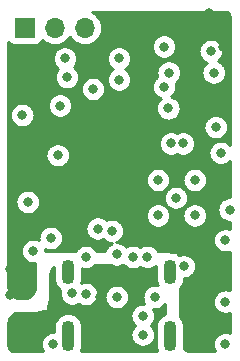
<source format=gbr>
%TF.GenerationSoftware,KiCad,Pcbnew,(5.99.0-8564-gb2cd1fddf9)*%
%TF.CreationDate,2021-01-25T15:54:05+03:00*%
%TF.ProjectId,Eloise_nA_meter_v2,456c6f69-7365-45f6-9e41-5f6d65746572,rev?*%
%TF.SameCoordinates,Original*%
%TF.FileFunction,Copper,L3,Inr*%
%TF.FilePolarity,Positive*%
%FSLAX46Y46*%
G04 Gerber Fmt 4.6, Leading zero omitted, Abs format (unit mm)*
G04 Created by KiCad (PCBNEW (5.99.0-8564-gb2cd1fddf9)) date 2021-01-25 15:54:05*
%MOMM*%
%LPD*%
G01*
G04 APERTURE LIST*
%TA.AperFunction,ComponentPad*%
%ADD10R,1.700000X1.700000*%
%TD*%
%TA.AperFunction,ComponentPad*%
%ADD11O,1.700000X1.700000*%
%TD*%
%TA.AperFunction,ComponentPad*%
%ADD12O,1.100000X2.600000*%
%TD*%
%TA.AperFunction,ComponentPad*%
%ADD13O,1.100000X2.100000*%
%TD*%
%TA.AperFunction,ViaPad*%
%ADD14C,0.800000*%
%TD*%
%TA.AperFunction,Conductor*%
%ADD15C,0.254000*%
%TD*%
G04 APERTURE END LIST*
D10*
%TO.N,Net-(J2-Pad1)*%
%TO.C,J2*%
X139600000Y-86800000D03*
D11*
%TO.N,Net-(J2-Pad2)*%
X142140000Y-86800000D03*
%TO.N,GND*%
X144680000Y-86800000D03*
%TD*%
D12*
%TO.N,Net-(J3-PadS1)*%
%TO.C,J3*%
X151920000Y-112870000D03*
D13*
X143280000Y-107510000D03*
D12*
X143280000Y-112870000D03*
D13*
X151920000Y-107510000D03*
%TD*%
D14*
%TO.N,GND*%
X149600000Y-111200000D03*
X143000000Y-89400000D03*
X155600000Y-90600000D03*
X151800000Y-90600000D03*
X156600000Y-113600000D03*
X155775000Y-95225000D03*
X145400000Y-92000000D03*
X154000000Y-99700000D03*
X154000000Y-102700000D03*
X150900000Y-102700000D03*
X142000000Y-113600000D03*
X142400000Y-97600000D03*
X150900000Y-99700000D03*
X150600000Y-109600000D03*
X139850000Y-101550000D03*
X151775000Y-93625000D03*
X143600000Y-109300000D03*
X140300000Y-105700000D03*
X149600000Y-112800000D03*
X152400000Y-101200000D03*
X151400000Y-88400000D03*
X156600000Y-110000000D03*
%TO.N,+3V3*%
X156400000Y-88400000D03*
X155235415Y-85575000D03*
X140800000Y-97600000D03*
X155175000Y-105825000D03*
X139500000Y-108100000D03*
X143800000Y-95600000D03*
X151825000Y-95175000D03*
X154225000Y-93175000D03*
X145800000Y-105450001D03*
X139800000Y-98600000D03*
X138400000Y-107200000D03*
X138400000Y-109400000D03*
%TO.N,VBUS*%
X142200000Y-111400000D03*
X138600000Y-111800000D03*
X146000000Y-109600000D03*
X149200000Y-109600000D03*
%TO.N,/NRST*%
X152000000Y-96600000D03*
X145787347Y-103812653D03*
%TO.N,Net-(C14-Pad1)*%
X142600000Y-93400000D03*
X143200000Y-91000000D03*
%TO.N,/SWCLK*%
X156600000Y-104800000D03*
X147000000Y-104000000D03*
%TO.N,/SWDIO*%
X153069951Y-106999353D03*
X141800000Y-104600000D03*
%TO.N,/SENSOR_VMEAS*%
X139400000Y-94200000D03*
X151400000Y-91800000D03*
%TO.N,/USB_D-*%
X148743851Y-106209998D03*
X147400000Y-109600000D03*
%TO.N,/USB_D+*%
X147400000Y-106000000D03*
X150000000Y-106200000D03*
%TO.N,Net-(J3-PadA5)*%
X144800000Y-106200000D03*
X144800000Y-109350002D03*
%TO.N,Net-(C3-Pad1)*%
X147600000Y-91200000D03*
X147600000Y-89400000D03*
%TO.N,/ADC_ALERT*%
X156200000Y-97400000D03*
X153000000Y-96600000D03*
%TO.N,/SCL*%
X155353248Y-88781850D03*
X156950000Y-102200000D03*
%TD*%
%TO.N,VBUS*%
D15*
X147066464Y-106983897D02*
X147091516Y-106992037D01*
X147278316Y-107031743D01*
X147304513Y-107034496D01*
X147495487Y-107034496D01*
X147521684Y-107031743D01*
X147708484Y-106992037D01*
X147733536Y-106983897D01*
X147863575Y-106926000D01*
X147996490Y-106926000D01*
X148038964Y-106973172D01*
X148058539Y-106990797D01*
X148213040Y-107103048D01*
X148235852Y-107116219D01*
X148410315Y-107193895D01*
X148435367Y-107202035D01*
X148622167Y-107241741D01*
X148648364Y-107244494D01*
X148839338Y-107244494D01*
X148865535Y-107241741D01*
X149052335Y-107202035D01*
X149077387Y-107193895D01*
X149251850Y-107116219D01*
X149274662Y-107103048D01*
X149378806Y-107027383D01*
X149469189Y-107093050D01*
X149492001Y-107106221D01*
X149666464Y-107183897D01*
X149691516Y-107192037D01*
X149878316Y-107231743D01*
X149904513Y-107234496D01*
X150095487Y-107234496D01*
X150121684Y-107231743D01*
X150308484Y-107192037D01*
X150333536Y-107183897D01*
X150507999Y-107106221D01*
X150530811Y-107093050D01*
X150685312Y-106980799D01*
X150704887Y-106963174D01*
X150726584Y-106939077D01*
X150736142Y-106940018D01*
X150735500Y-106951502D01*
X150735500Y-108060994D01*
X150736101Y-108073289D01*
X150751355Y-108228863D01*
X150756132Y-108252986D01*
X150816123Y-108451686D01*
X150825494Y-108474421D01*
X150894972Y-108605091D01*
X150721684Y-108568257D01*
X150695487Y-108565504D01*
X150504513Y-108565504D01*
X150478316Y-108568257D01*
X150291516Y-108607963D01*
X150266464Y-108616103D01*
X150092001Y-108693779D01*
X150069189Y-108706950D01*
X149914688Y-108819201D01*
X149895113Y-108836827D01*
X149767327Y-108978748D01*
X149751844Y-109000058D01*
X149656357Y-109165446D01*
X149645643Y-109189510D01*
X149586629Y-109371137D01*
X149581152Y-109396902D01*
X149561190Y-109586829D01*
X149561190Y-109613171D01*
X149581152Y-109803098D01*
X149586629Y-109828863D01*
X149645643Y-110010490D01*
X149656357Y-110034554D01*
X149735211Y-110171132D01*
X149721684Y-110168257D01*
X149695487Y-110165504D01*
X149504513Y-110165504D01*
X149478316Y-110168257D01*
X149291516Y-110207963D01*
X149266464Y-110216103D01*
X149092001Y-110293779D01*
X149069189Y-110306950D01*
X148914688Y-110419201D01*
X148895113Y-110436827D01*
X148767327Y-110578748D01*
X148751844Y-110600058D01*
X148656357Y-110765446D01*
X148645643Y-110789510D01*
X148586629Y-110971137D01*
X148581152Y-110996902D01*
X148561190Y-111186829D01*
X148561190Y-111213171D01*
X148581152Y-111403098D01*
X148586629Y-111428863D01*
X148645643Y-111610490D01*
X148656357Y-111634554D01*
X148751844Y-111799942D01*
X148767327Y-111821252D01*
X148895113Y-111963173D01*
X148914688Y-111980799D01*
X148941116Y-112000000D01*
X148914688Y-112019201D01*
X148895113Y-112036827D01*
X148767327Y-112178748D01*
X148751844Y-112200058D01*
X148656357Y-112365446D01*
X148645643Y-112389510D01*
X148586629Y-112571137D01*
X148581152Y-112596902D01*
X148561190Y-112786829D01*
X148561190Y-112813171D01*
X148581152Y-113003098D01*
X148586629Y-113028863D01*
X148645643Y-113210490D01*
X148656357Y-113234554D01*
X148751844Y-113399942D01*
X148767327Y-113421252D01*
X148895113Y-113563173D01*
X148914688Y-113580799D01*
X149069189Y-113693050D01*
X149092001Y-113706221D01*
X149266464Y-113783897D01*
X149291516Y-113792037D01*
X149478316Y-113831743D01*
X149504513Y-113834496D01*
X149695487Y-113834496D01*
X149721684Y-113831743D01*
X149908484Y-113792037D01*
X149933536Y-113783897D01*
X150107999Y-113706221D01*
X150130811Y-113693050D01*
X150285312Y-113580799D01*
X150304887Y-113563173D01*
X150432673Y-113421252D01*
X150448156Y-113399942D01*
X150543643Y-113234554D01*
X150554357Y-113210490D01*
X150613371Y-113028863D01*
X150618848Y-113003098D01*
X150638810Y-112813171D01*
X150638810Y-112786829D01*
X150618848Y-112596902D01*
X150613371Y-112571137D01*
X150554357Y-112389510D01*
X150543643Y-112365446D01*
X150448156Y-112200058D01*
X150432673Y-112178748D01*
X150304887Y-112036827D01*
X150285312Y-112019201D01*
X150258884Y-112000000D01*
X150285312Y-111980799D01*
X150304887Y-111963173D01*
X150432673Y-111821252D01*
X150448156Y-111799942D01*
X150543643Y-111634554D01*
X150554357Y-111610490D01*
X150613371Y-111428863D01*
X150618848Y-111403098D01*
X150638810Y-111213171D01*
X150638810Y-111186829D01*
X150618848Y-110996902D01*
X150613371Y-110971137D01*
X150554357Y-110789510D01*
X150543643Y-110765446D01*
X150464789Y-110628868D01*
X150478316Y-110631743D01*
X150504513Y-110634496D01*
X150695487Y-110634496D01*
X150721684Y-110631743D01*
X150908484Y-110592037D01*
X150933536Y-110583897D01*
X151107999Y-110506221D01*
X151130811Y-110493050D01*
X151285312Y-110380799D01*
X151304887Y-110363173D01*
X151432673Y-110221252D01*
X151448156Y-110199942D01*
X151474000Y-110155179D01*
X151474000Y-111017927D01*
X151463231Y-111022278D01*
X151279292Y-111118439D01*
X151258715Y-111131904D01*
X151096956Y-111261961D01*
X151079386Y-111279167D01*
X150945970Y-111438167D01*
X150932077Y-111458457D01*
X150832085Y-111640342D01*
X150822398Y-111662944D01*
X150759638Y-111860787D01*
X150754525Y-111884841D01*
X150736285Y-112047457D01*
X150735500Y-112061502D01*
X150735500Y-113670994D01*
X150736101Y-113683289D01*
X150751355Y-113838863D01*
X150756132Y-113862986D01*
X150816123Y-114061686D01*
X150825494Y-114084421D01*
X150847229Y-114125299D01*
X150770387Y-114148609D01*
X150593813Y-114166000D01*
X144331443Y-114166000D01*
X144367915Y-114099658D01*
X144377602Y-114077056D01*
X144440362Y-113879213D01*
X144445475Y-113855159D01*
X144463715Y-113692543D01*
X144464500Y-113678498D01*
X144464500Y-112069006D01*
X144463899Y-112056711D01*
X144448645Y-111901137D01*
X144443868Y-111877014D01*
X144383877Y-111678314D01*
X144374506Y-111655579D01*
X144277063Y-111472315D01*
X144263455Y-111451832D01*
X144132271Y-111290986D01*
X144114944Y-111273538D01*
X143955018Y-111141235D01*
X143934631Y-111127483D01*
X143752052Y-111028763D01*
X143729382Y-111019234D01*
X143531105Y-110957857D01*
X143507017Y-110952912D01*
X143300596Y-110931216D01*
X143276005Y-110931045D01*
X143069300Y-110949857D01*
X143045145Y-110954464D01*
X142846031Y-111013066D01*
X142823231Y-111022278D01*
X142639292Y-111118439D01*
X142618715Y-111131904D01*
X142456956Y-111261961D01*
X142439386Y-111279167D01*
X142305970Y-111438167D01*
X142292077Y-111458457D01*
X142192085Y-111640342D01*
X142182398Y-111662944D01*
X142119638Y-111860787D01*
X142114525Y-111884841D01*
X142096285Y-112047457D01*
X142095500Y-112061502D01*
X142095500Y-112565505D01*
X142095487Y-112565504D01*
X141904513Y-112565504D01*
X141878316Y-112568257D01*
X141691516Y-112607963D01*
X141666464Y-112616103D01*
X141492001Y-112693779D01*
X141469189Y-112706950D01*
X141314688Y-112819201D01*
X141295113Y-112836827D01*
X141167327Y-112978748D01*
X141151844Y-113000058D01*
X141056357Y-113165446D01*
X141045643Y-113189510D01*
X140986629Y-113371137D01*
X140981152Y-113396902D01*
X140961190Y-113586829D01*
X140961190Y-113613171D01*
X140981152Y-113803098D01*
X140986629Y-113828863D01*
X141045643Y-114010490D01*
X141056357Y-114034554D01*
X141132248Y-114166000D01*
X138683528Y-114166000D01*
X138672654Y-114164042D01*
X138653309Y-114162083D01*
X138572155Y-114160161D01*
X138495383Y-114144890D01*
X138430102Y-114117850D01*
X138371358Y-114078599D01*
X138321401Y-114028642D01*
X138282150Y-113969899D01*
X138255109Y-113904618D01*
X138239839Y-113827846D01*
X138237995Y-113749969D01*
X138236300Y-113732144D01*
X138234000Y-113718408D01*
X138234000Y-111806187D01*
X138251391Y-111629613D01*
X138301093Y-111465767D01*
X138381803Y-111314768D01*
X138490419Y-111182419D01*
X138622768Y-111073803D01*
X138773767Y-110993093D01*
X138937613Y-110943391D01*
X139114187Y-110926000D01*
X140600000Y-110926000D01*
X140612350Y-110925393D01*
X140807440Y-110906178D01*
X140831665Y-110901360D01*
X141019258Y-110844455D01*
X141042079Y-110835002D01*
X141107563Y-110800000D01*
X141600000Y-110800000D01*
X141600000Y-110307563D01*
X141635002Y-110242079D01*
X141644455Y-110219258D01*
X141701360Y-110031665D01*
X141706178Y-110007440D01*
X141725393Y-109812350D01*
X141726000Y-109800000D01*
X141726000Y-107806187D01*
X141743391Y-107629613D01*
X141793093Y-107465767D01*
X141873803Y-107314768D01*
X141982419Y-107182419D01*
X142095500Y-107089616D01*
X142095500Y-108060994D01*
X142096101Y-108073289D01*
X142111355Y-108228863D01*
X142116132Y-108252986D01*
X142176123Y-108451686D01*
X142185494Y-108474421D01*
X142282937Y-108657685D01*
X142296545Y-108678168D01*
X142427729Y-108839014D01*
X142445056Y-108856462D01*
X142604982Y-108988765D01*
X142611881Y-108993419D01*
X142586629Y-109071137D01*
X142581152Y-109096902D01*
X142561190Y-109286829D01*
X142561190Y-109313171D01*
X142581152Y-109503098D01*
X142586629Y-109528863D01*
X142645643Y-109710490D01*
X142656357Y-109734554D01*
X142751844Y-109899942D01*
X142767327Y-109921252D01*
X142895113Y-110063173D01*
X142914688Y-110080799D01*
X143069189Y-110193050D01*
X143092001Y-110206221D01*
X143266464Y-110283897D01*
X143291516Y-110292037D01*
X143478316Y-110331743D01*
X143504513Y-110334496D01*
X143695487Y-110334496D01*
X143721684Y-110331743D01*
X143908484Y-110292037D01*
X143933536Y-110283897D01*
X144107999Y-110206221D01*
X144130811Y-110193050D01*
X144165589Y-110167782D01*
X144269189Y-110243052D01*
X144292001Y-110256223D01*
X144466464Y-110333899D01*
X144491516Y-110342039D01*
X144678316Y-110381745D01*
X144704513Y-110384498D01*
X144895487Y-110384498D01*
X144921684Y-110381745D01*
X145108484Y-110342039D01*
X145133536Y-110333899D01*
X145307999Y-110256223D01*
X145330811Y-110243052D01*
X145485312Y-110130801D01*
X145504887Y-110113175D01*
X145632673Y-109971254D01*
X145648156Y-109949944D01*
X145743643Y-109784556D01*
X145754357Y-109760492D01*
X145810783Y-109586829D01*
X146361190Y-109586829D01*
X146361190Y-109613171D01*
X146381152Y-109803098D01*
X146386629Y-109828863D01*
X146445643Y-110010490D01*
X146456357Y-110034554D01*
X146551844Y-110199942D01*
X146567327Y-110221252D01*
X146695113Y-110363173D01*
X146714688Y-110380799D01*
X146869189Y-110493050D01*
X146892001Y-110506221D01*
X147066464Y-110583897D01*
X147091516Y-110592037D01*
X147278316Y-110631743D01*
X147304513Y-110634496D01*
X147495487Y-110634496D01*
X147521684Y-110631743D01*
X147708484Y-110592037D01*
X147733536Y-110583897D01*
X147907999Y-110506221D01*
X147930811Y-110493050D01*
X148085312Y-110380799D01*
X148104887Y-110363173D01*
X148232673Y-110221252D01*
X148248156Y-110199942D01*
X148343643Y-110034554D01*
X148354357Y-110010490D01*
X148413371Y-109828863D01*
X148418848Y-109803098D01*
X148438810Y-109613171D01*
X148438810Y-109586829D01*
X148418848Y-109396902D01*
X148413371Y-109371137D01*
X148354357Y-109189510D01*
X148343643Y-109165446D01*
X148248156Y-109000058D01*
X148232673Y-108978748D01*
X148104887Y-108836827D01*
X148085312Y-108819201D01*
X147930811Y-108706950D01*
X147907999Y-108693779D01*
X147733536Y-108616103D01*
X147708484Y-108607963D01*
X147521684Y-108568257D01*
X147495487Y-108565504D01*
X147304513Y-108565504D01*
X147278316Y-108568257D01*
X147091516Y-108607963D01*
X147066464Y-108616103D01*
X146892001Y-108693779D01*
X146869189Y-108706950D01*
X146714688Y-108819201D01*
X146695113Y-108836827D01*
X146567327Y-108978748D01*
X146551844Y-109000058D01*
X146456357Y-109165446D01*
X146445643Y-109189510D01*
X146386629Y-109371137D01*
X146381152Y-109396902D01*
X146361190Y-109586829D01*
X145810783Y-109586829D01*
X145813371Y-109578865D01*
X145818848Y-109553100D01*
X145838810Y-109363173D01*
X145838810Y-109336831D01*
X145818848Y-109146904D01*
X145813371Y-109121139D01*
X145754357Y-108939512D01*
X145743643Y-108915448D01*
X145648156Y-108750060D01*
X145632673Y-108728750D01*
X145504887Y-108586829D01*
X145485312Y-108569203D01*
X145330811Y-108456952D01*
X145307999Y-108443781D01*
X145133536Y-108366105D01*
X145108484Y-108357965D01*
X144921684Y-108318259D01*
X144895487Y-108315506D01*
X144704513Y-108315506D01*
X144678316Y-108318259D01*
X144491516Y-108357965D01*
X144466464Y-108366105D01*
X144400278Y-108395573D01*
X144440362Y-108269213D01*
X144445475Y-108245159D01*
X144463715Y-108082543D01*
X144464500Y-108068498D01*
X144464500Y-107183023D01*
X144466464Y-107183897D01*
X144491516Y-107192037D01*
X144678316Y-107231743D01*
X144704513Y-107234496D01*
X144895487Y-107234496D01*
X144921684Y-107231743D01*
X145108484Y-107192037D01*
X145133536Y-107183897D01*
X145307999Y-107106221D01*
X145330811Y-107093050D01*
X145485312Y-106980799D01*
X145504888Y-106963173D01*
X145538358Y-106926000D01*
X146936425Y-106926000D01*
X147066464Y-106983897D01*
%TA.AperFunction,Conductor*%
G36*
X147066464Y-106983897D02*
G01*
X147091516Y-106992037D01*
X147278316Y-107031743D01*
X147304513Y-107034496D01*
X147495487Y-107034496D01*
X147521684Y-107031743D01*
X147708484Y-106992037D01*
X147733536Y-106983897D01*
X147863575Y-106926000D01*
X147996490Y-106926000D01*
X148038964Y-106973172D01*
X148058539Y-106990797D01*
X148213040Y-107103048D01*
X148235852Y-107116219D01*
X148410315Y-107193895D01*
X148435367Y-107202035D01*
X148622167Y-107241741D01*
X148648364Y-107244494D01*
X148839338Y-107244494D01*
X148865535Y-107241741D01*
X149052335Y-107202035D01*
X149077387Y-107193895D01*
X149251850Y-107116219D01*
X149274662Y-107103048D01*
X149378806Y-107027383D01*
X149469189Y-107093050D01*
X149492001Y-107106221D01*
X149666464Y-107183897D01*
X149691516Y-107192037D01*
X149878316Y-107231743D01*
X149904513Y-107234496D01*
X150095487Y-107234496D01*
X150121684Y-107231743D01*
X150308484Y-107192037D01*
X150333536Y-107183897D01*
X150507999Y-107106221D01*
X150530811Y-107093050D01*
X150685312Y-106980799D01*
X150704887Y-106963174D01*
X150726584Y-106939077D01*
X150736142Y-106940018D01*
X150735500Y-106951502D01*
X150735500Y-108060994D01*
X150736101Y-108073289D01*
X150751355Y-108228863D01*
X150756132Y-108252986D01*
X150816123Y-108451686D01*
X150825494Y-108474421D01*
X150894972Y-108605091D01*
X150721684Y-108568257D01*
X150695487Y-108565504D01*
X150504513Y-108565504D01*
X150478316Y-108568257D01*
X150291516Y-108607963D01*
X150266464Y-108616103D01*
X150092001Y-108693779D01*
X150069189Y-108706950D01*
X149914688Y-108819201D01*
X149895113Y-108836827D01*
X149767327Y-108978748D01*
X149751844Y-109000058D01*
X149656357Y-109165446D01*
X149645643Y-109189510D01*
X149586629Y-109371137D01*
X149581152Y-109396902D01*
X149561190Y-109586829D01*
X149561190Y-109613171D01*
X149581152Y-109803098D01*
X149586629Y-109828863D01*
X149645643Y-110010490D01*
X149656357Y-110034554D01*
X149735211Y-110171132D01*
X149721684Y-110168257D01*
X149695487Y-110165504D01*
X149504513Y-110165504D01*
X149478316Y-110168257D01*
X149291516Y-110207963D01*
X149266464Y-110216103D01*
X149092001Y-110293779D01*
X149069189Y-110306950D01*
X148914688Y-110419201D01*
X148895113Y-110436827D01*
X148767327Y-110578748D01*
X148751844Y-110600058D01*
X148656357Y-110765446D01*
X148645643Y-110789510D01*
X148586629Y-110971137D01*
X148581152Y-110996902D01*
X148561190Y-111186829D01*
X148561190Y-111213171D01*
X148581152Y-111403098D01*
X148586629Y-111428863D01*
X148645643Y-111610490D01*
X148656357Y-111634554D01*
X148751844Y-111799942D01*
X148767327Y-111821252D01*
X148895113Y-111963173D01*
X148914688Y-111980799D01*
X148941116Y-112000000D01*
X148914688Y-112019201D01*
X148895113Y-112036827D01*
X148767327Y-112178748D01*
X148751844Y-112200058D01*
X148656357Y-112365446D01*
X148645643Y-112389510D01*
X148586629Y-112571137D01*
X148581152Y-112596902D01*
X148561190Y-112786829D01*
X148561190Y-112813171D01*
X148581152Y-113003098D01*
X148586629Y-113028863D01*
X148645643Y-113210490D01*
X148656357Y-113234554D01*
X148751844Y-113399942D01*
X148767327Y-113421252D01*
X148895113Y-113563173D01*
X148914688Y-113580799D01*
X149069189Y-113693050D01*
X149092001Y-113706221D01*
X149266464Y-113783897D01*
X149291516Y-113792037D01*
X149478316Y-113831743D01*
X149504513Y-113834496D01*
X149695487Y-113834496D01*
X149721684Y-113831743D01*
X149908484Y-113792037D01*
X149933536Y-113783897D01*
X150107999Y-113706221D01*
X150130811Y-113693050D01*
X150285312Y-113580799D01*
X150304887Y-113563173D01*
X150432673Y-113421252D01*
X150448156Y-113399942D01*
X150543643Y-113234554D01*
X150554357Y-113210490D01*
X150613371Y-113028863D01*
X150618848Y-113003098D01*
X150638810Y-112813171D01*
X150638810Y-112786829D01*
X150618848Y-112596902D01*
X150613371Y-112571137D01*
X150554357Y-112389510D01*
X150543643Y-112365446D01*
X150448156Y-112200058D01*
X150432673Y-112178748D01*
X150304887Y-112036827D01*
X150285312Y-112019201D01*
X150258884Y-112000000D01*
X150285312Y-111980799D01*
X150304887Y-111963173D01*
X150432673Y-111821252D01*
X150448156Y-111799942D01*
X150543643Y-111634554D01*
X150554357Y-111610490D01*
X150613371Y-111428863D01*
X150618848Y-111403098D01*
X150638810Y-111213171D01*
X150638810Y-111186829D01*
X150618848Y-110996902D01*
X150613371Y-110971137D01*
X150554357Y-110789510D01*
X150543643Y-110765446D01*
X150464789Y-110628868D01*
X150478316Y-110631743D01*
X150504513Y-110634496D01*
X150695487Y-110634496D01*
X150721684Y-110631743D01*
X150908484Y-110592037D01*
X150933536Y-110583897D01*
X151107999Y-110506221D01*
X151130811Y-110493050D01*
X151285312Y-110380799D01*
X151304887Y-110363173D01*
X151432673Y-110221252D01*
X151448156Y-110199942D01*
X151474000Y-110155179D01*
X151474000Y-111017927D01*
X151463231Y-111022278D01*
X151279292Y-111118439D01*
X151258715Y-111131904D01*
X151096956Y-111261961D01*
X151079386Y-111279167D01*
X150945970Y-111438167D01*
X150932077Y-111458457D01*
X150832085Y-111640342D01*
X150822398Y-111662944D01*
X150759638Y-111860787D01*
X150754525Y-111884841D01*
X150736285Y-112047457D01*
X150735500Y-112061502D01*
X150735500Y-113670994D01*
X150736101Y-113683289D01*
X150751355Y-113838863D01*
X150756132Y-113862986D01*
X150816123Y-114061686D01*
X150825494Y-114084421D01*
X150847229Y-114125299D01*
X150770387Y-114148609D01*
X150593813Y-114166000D01*
X144331443Y-114166000D01*
X144367915Y-114099658D01*
X144377602Y-114077056D01*
X144440362Y-113879213D01*
X144445475Y-113855159D01*
X144463715Y-113692543D01*
X144464500Y-113678498D01*
X144464500Y-112069006D01*
X144463899Y-112056711D01*
X144448645Y-111901137D01*
X144443868Y-111877014D01*
X144383877Y-111678314D01*
X144374506Y-111655579D01*
X144277063Y-111472315D01*
X144263455Y-111451832D01*
X144132271Y-111290986D01*
X144114944Y-111273538D01*
X143955018Y-111141235D01*
X143934631Y-111127483D01*
X143752052Y-111028763D01*
X143729382Y-111019234D01*
X143531105Y-110957857D01*
X143507017Y-110952912D01*
X143300596Y-110931216D01*
X143276005Y-110931045D01*
X143069300Y-110949857D01*
X143045145Y-110954464D01*
X142846031Y-111013066D01*
X142823231Y-111022278D01*
X142639292Y-111118439D01*
X142618715Y-111131904D01*
X142456956Y-111261961D01*
X142439386Y-111279167D01*
X142305970Y-111438167D01*
X142292077Y-111458457D01*
X142192085Y-111640342D01*
X142182398Y-111662944D01*
X142119638Y-111860787D01*
X142114525Y-111884841D01*
X142096285Y-112047457D01*
X142095500Y-112061502D01*
X142095500Y-112565505D01*
X142095487Y-112565504D01*
X141904513Y-112565504D01*
X141878316Y-112568257D01*
X141691516Y-112607963D01*
X141666464Y-112616103D01*
X141492001Y-112693779D01*
X141469189Y-112706950D01*
X141314688Y-112819201D01*
X141295113Y-112836827D01*
X141167327Y-112978748D01*
X141151844Y-113000058D01*
X141056357Y-113165446D01*
X141045643Y-113189510D01*
X140986629Y-113371137D01*
X140981152Y-113396902D01*
X140961190Y-113586829D01*
X140961190Y-113613171D01*
X140981152Y-113803098D01*
X140986629Y-113828863D01*
X141045643Y-114010490D01*
X141056357Y-114034554D01*
X141132248Y-114166000D01*
X138683528Y-114166000D01*
X138672654Y-114164042D01*
X138653309Y-114162083D01*
X138572155Y-114160161D01*
X138495383Y-114144890D01*
X138430102Y-114117850D01*
X138371358Y-114078599D01*
X138321401Y-114028642D01*
X138282150Y-113969899D01*
X138255109Y-113904618D01*
X138239839Y-113827846D01*
X138237995Y-113749969D01*
X138236300Y-113732144D01*
X138234000Y-113718408D01*
X138234000Y-111806187D01*
X138251391Y-111629613D01*
X138301093Y-111465767D01*
X138381803Y-111314768D01*
X138490419Y-111182419D01*
X138622768Y-111073803D01*
X138773767Y-110993093D01*
X138937613Y-110943391D01*
X139114187Y-110926000D01*
X140600000Y-110926000D01*
X140612350Y-110925393D01*
X140807440Y-110906178D01*
X140831665Y-110901360D01*
X141019258Y-110844455D01*
X141042079Y-110835002D01*
X141107563Y-110800000D01*
X141600000Y-110800000D01*
X141600000Y-110307563D01*
X141635002Y-110242079D01*
X141644455Y-110219258D01*
X141701360Y-110031665D01*
X141706178Y-110007440D01*
X141725393Y-109812350D01*
X141726000Y-109800000D01*
X141726000Y-107806187D01*
X141743391Y-107629613D01*
X141793093Y-107465767D01*
X141873803Y-107314768D01*
X141982419Y-107182419D01*
X142095500Y-107089616D01*
X142095500Y-108060994D01*
X142096101Y-108073289D01*
X142111355Y-108228863D01*
X142116132Y-108252986D01*
X142176123Y-108451686D01*
X142185494Y-108474421D01*
X142282937Y-108657685D01*
X142296545Y-108678168D01*
X142427729Y-108839014D01*
X142445056Y-108856462D01*
X142604982Y-108988765D01*
X142611881Y-108993419D01*
X142586629Y-109071137D01*
X142581152Y-109096902D01*
X142561190Y-109286829D01*
X142561190Y-109313171D01*
X142581152Y-109503098D01*
X142586629Y-109528863D01*
X142645643Y-109710490D01*
X142656357Y-109734554D01*
X142751844Y-109899942D01*
X142767327Y-109921252D01*
X142895113Y-110063173D01*
X142914688Y-110080799D01*
X143069189Y-110193050D01*
X143092001Y-110206221D01*
X143266464Y-110283897D01*
X143291516Y-110292037D01*
X143478316Y-110331743D01*
X143504513Y-110334496D01*
X143695487Y-110334496D01*
X143721684Y-110331743D01*
X143908484Y-110292037D01*
X143933536Y-110283897D01*
X144107999Y-110206221D01*
X144130811Y-110193050D01*
X144165589Y-110167782D01*
X144269189Y-110243052D01*
X144292001Y-110256223D01*
X144466464Y-110333899D01*
X144491516Y-110342039D01*
X144678316Y-110381745D01*
X144704513Y-110384498D01*
X144895487Y-110384498D01*
X144921684Y-110381745D01*
X145108484Y-110342039D01*
X145133536Y-110333899D01*
X145307999Y-110256223D01*
X145330811Y-110243052D01*
X145485312Y-110130801D01*
X145504887Y-110113175D01*
X145632673Y-109971254D01*
X145648156Y-109949944D01*
X145743643Y-109784556D01*
X145754357Y-109760492D01*
X145810783Y-109586829D01*
X146361190Y-109586829D01*
X146361190Y-109613171D01*
X146381152Y-109803098D01*
X146386629Y-109828863D01*
X146445643Y-110010490D01*
X146456357Y-110034554D01*
X146551844Y-110199942D01*
X146567327Y-110221252D01*
X146695113Y-110363173D01*
X146714688Y-110380799D01*
X146869189Y-110493050D01*
X146892001Y-110506221D01*
X147066464Y-110583897D01*
X147091516Y-110592037D01*
X147278316Y-110631743D01*
X147304513Y-110634496D01*
X147495487Y-110634496D01*
X147521684Y-110631743D01*
X147708484Y-110592037D01*
X147733536Y-110583897D01*
X147907999Y-110506221D01*
X147930811Y-110493050D01*
X148085312Y-110380799D01*
X148104887Y-110363173D01*
X148232673Y-110221252D01*
X148248156Y-110199942D01*
X148343643Y-110034554D01*
X148354357Y-110010490D01*
X148413371Y-109828863D01*
X148418848Y-109803098D01*
X148438810Y-109613171D01*
X148438810Y-109586829D01*
X148418848Y-109396902D01*
X148413371Y-109371137D01*
X148354357Y-109189510D01*
X148343643Y-109165446D01*
X148248156Y-109000058D01*
X148232673Y-108978748D01*
X148104887Y-108836827D01*
X148085312Y-108819201D01*
X147930811Y-108706950D01*
X147907999Y-108693779D01*
X147733536Y-108616103D01*
X147708484Y-108607963D01*
X147521684Y-108568257D01*
X147495487Y-108565504D01*
X147304513Y-108565504D01*
X147278316Y-108568257D01*
X147091516Y-108607963D01*
X147066464Y-108616103D01*
X146892001Y-108693779D01*
X146869189Y-108706950D01*
X146714688Y-108819201D01*
X146695113Y-108836827D01*
X146567327Y-108978748D01*
X146551844Y-109000058D01*
X146456357Y-109165446D01*
X146445643Y-109189510D01*
X146386629Y-109371137D01*
X146381152Y-109396902D01*
X146361190Y-109586829D01*
X145810783Y-109586829D01*
X145813371Y-109578865D01*
X145818848Y-109553100D01*
X145838810Y-109363173D01*
X145838810Y-109336831D01*
X145818848Y-109146904D01*
X145813371Y-109121139D01*
X145754357Y-108939512D01*
X145743643Y-108915448D01*
X145648156Y-108750060D01*
X145632673Y-108728750D01*
X145504887Y-108586829D01*
X145485312Y-108569203D01*
X145330811Y-108456952D01*
X145307999Y-108443781D01*
X145133536Y-108366105D01*
X145108484Y-108357965D01*
X144921684Y-108318259D01*
X144895487Y-108315506D01*
X144704513Y-108315506D01*
X144678316Y-108318259D01*
X144491516Y-108357965D01*
X144466464Y-108366105D01*
X144400278Y-108395573D01*
X144440362Y-108269213D01*
X144445475Y-108245159D01*
X144463715Y-108082543D01*
X144464500Y-108068498D01*
X144464500Y-107183023D01*
X144466464Y-107183897D01*
X144491516Y-107192037D01*
X144678316Y-107231743D01*
X144704513Y-107234496D01*
X144895487Y-107234496D01*
X144921684Y-107231743D01*
X145108484Y-107192037D01*
X145133536Y-107183897D01*
X145307999Y-107106221D01*
X145330811Y-107093050D01*
X145485312Y-106980799D01*
X145504888Y-106963173D01*
X145538358Y-106926000D01*
X146936425Y-106926000D01*
X147066464Y-106983897D01*
G37*
%TD.AperFunction*%
%TD*%
%TO.N,+3V3*%
X156527346Y-85435958D02*
X156546691Y-85437917D01*
X156627844Y-85439839D01*
X156704616Y-85455109D01*
X156769900Y-85482151D01*
X156828642Y-85521401D01*
X156878600Y-85571359D01*
X156917851Y-85630103D01*
X156944889Y-85695379D01*
X156960161Y-85772157D01*
X156962005Y-85850032D01*
X156963700Y-85867857D01*
X156966000Y-85881593D01*
X156966000Y-96704700D01*
X156904887Y-96636827D01*
X156885312Y-96619201D01*
X156730811Y-96506950D01*
X156707999Y-96493779D01*
X156533536Y-96416103D01*
X156508484Y-96407963D01*
X156321684Y-96368257D01*
X156295487Y-96365504D01*
X156104513Y-96365504D01*
X156078316Y-96368257D01*
X155891516Y-96407963D01*
X155866464Y-96416103D01*
X155692001Y-96493779D01*
X155669189Y-96506950D01*
X155514688Y-96619201D01*
X155495113Y-96636827D01*
X155367327Y-96778748D01*
X155351844Y-96800058D01*
X155256357Y-96965446D01*
X155245643Y-96989510D01*
X155186629Y-97171137D01*
X155181152Y-97196902D01*
X155161190Y-97386829D01*
X155161190Y-97413171D01*
X155181152Y-97603098D01*
X155186629Y-97628863D01*
X155245643Y-97810490D01*
X155256357Y-97834554D01*
X155351844Y-97999942D01*
X155367327Y-98021252D01*
X155495113Y-98163173D01*
X155514688Y-98180799D01*
X155669189Y-98293050D01*
X155692001Y-98306221D01*
X155866464Y-98383897D01*
X155891516Y-98392037D01*
X156078316Y-98431743D01*
X156104513Y-98434496D01*
X156295487Y-98434496D01*
X156321684Y-98431743D01*
X156508484Y-98392037D01*
X156533536Y-98383897D01*
X156707999Y-98306221D01*
X156730811Y-98293050D01*
X156885312Y-98180799D01*
X156904887Y-98163173D01*
X156966000Y-98095300D01*
X156966000Y-101165504D01*
X156854513Y-101165504D01*
X156828316Y-101168257D01*
X156641516Y-101207963D01*
X156616464Y-101216103D01*
X156442001Y-101293779D01*
X156419189Y-101306950D01*
X156264688Y-101419201D01*
X156245113Y-101436827D01*
X156117327Y-101578748D01*
X156101844Y-101600058D01*
X156006357Y-101765446D01*
X155995643Y-101789510D01*
X155936629Y-101971137D01*
X155931152Y-101996902D01*
X155911190Y-102186829D01*
X155911190Y-102213171D01*
X155931152Y-102403098D01*
X155936629Y-102428863D01*
X155995643Y-102610490D01*
X156006357Y-102634554D01*
X156101844Y-102799942D01*
X156117327Y-102821252D01*
X156245113Y-102963173D01*
X156264688Y-102980799D01*
X156419189Y-103093050D01*
X156442001Y-103106221D01*
X156616464Y-103183897D01*
X156641516Y-103192037D01*
X156828316Y-103231743D01*
X156854513Y-103234496D01*
X156966000Y-103234496D01*
X156966000Y-103830557D01*
X156933536Y-103816103D01*
X156908484Y-103807963D01*
X156721684Y-103768257D01*
X156695487Y-103765504D01*
X156504513Y-103765504D01*
X156478316Y-103768257D01*
X156291516Y-103807963D01*
X156266464Y-103816103D01*
X156092001Y-103893779D01*
X156069189Y-103906950D01*
X155914688Y-104019201D01*
X155895113Y-104036827D01*
X155767327Y-104178748D01*
X155751844Y-104200058D01*
X155656357Y-104365446D01*
X155645643Y-104389510D01*
X155586629Y-104571137D01*
X155581152Y-104596902D01*
X155561190Y-104786829D01*
X155561190Y-104813171D01*
X155581152Y-105003098D01*
X155586629Y-105028863D01*
X155645643Y-105210490D01*
X155656357Y-105234554D01*
X155751844Y-105399942D01*
X155767327Y-105421252D01*
X155895113Y-105563173D01*
X155914688Y-105580799D01*
X156069189Y-105693050D01*
X156092001Y-105706221D01*
X156266464Y-105783897D01*
X156291516Y-105792037D01*
X156478316Y-105831743D01*
X156504513Y-105834496D01*
X156695487Y-105834496D01*
X156721684Y-105831743D01*
X156908484Y-105792037D01*
X156933536Y-105783897D01*
X156966000Y-105769443D01*
X156966000Y-109030557D01*
X156933536Y-109016103D01*
X156908484Y-109007963D01*
X156721684Y-108968257D01*
X156695487Y-108965504D01*
X156504513Y-108965504D01*
X156478316Y-108968257D01*
X156291516Y-109007963D01*
X156266464Y-109016103D01*
X156092001Y-109093779D01*
X156069189Y-109106950D01*
X155914688Y-109219201D01*
X155895113Y-109236827D01*
X155767327Y-109378748D01*
X155751844Y-109400058D01*
X155656357Y-109565446D01*
X155645643Y-109589510D01*
X155586629Y-109771137D01*
X155581152Y-109796902D01*
X155561190Y-109986829D01*
X155561190Y-110013171D01*
X155581152Y-110203098D01*
X155586629Y-110228863D01*
X155645643Y-110410490D01*
X155656357Y-110434554D01*
X155751844Y-110599942D01*
X155767327Y-110621252D01*
X155895113Y-110763173D01*
X155914688Y-110780799D01*
X156069189Y-110893050D01*
X156092001Y-110906221D01*
X156266464Y-110983897D01*
X156291516Y-110992037D01*
X156478316Y-111031743D01*
X156504513Y-111034496D01*
X156695487Y-111034496D01*
X156721684Y-111031743D01*
X156908484Y-110992037D01*
X156933536Y-110983897D01*
X156966000Y-110969443D01*
X156966000Y-112630557D01*
X156933536Y-112616103D01*
X156908484Y-112607963D01*
X156721684Y-112568257D01*
X156695487Y-112565504D01*
X156504513Y-112565504D01*
X156478316Y-112568257D01*
X156291516Y-112607963D01*
X156266464Y-112616103D01*
X156092001Y-112693779D01*
X156069189Y-112706950D01*
X155914688Y-112819201D01*
X155895113Y-112836827D01*
X155767327Y-112978748D01*
X155751844Y-113000058D01*
X155656357Y-113165446D01*
X155645643Y-113189510D01*
X155586629Y-113371137D01*
X155581152Y-113396902D01*
X155561190Y-113586829D01*
X155561190Y-113613171D01*
X155581152Y-113803098D01*
X155586629Y-113828863D01*
X155645643Y-114010490D01*
X155656357Y-114034554D01*
X155732248Y-114166000D01*
X153606187Y-114166000D01*
X153429613Y-114148609D01*
X153265767Y-114098907D01*
X153114768Y-114018197D01*
X153052487Y-113967084D01*
X153080362Y-113879213D01*
X153085475Y-113855159D01*
X153103715Y-113692543D01*
X153104500Y-113678498D01*
X153104500Y-112069006D01*
X153103899Y-112056711D01*
X153088645Y-111901137D01*
X153083868Y-111877014D01*
X153023877Y-111678314D01*
X153014506Y-111655579D01*
X152917063Y-111472315D01*
X152903455Y-111451832D01*
X152772271Y-111290986D01*
X152754944Y-111273538D01*
X152726000Y-111249593D01*
X152726000Y-108881743D01*
X152743044Y-108868039D01*
X152760614Y-108850833D01*
X152894030Y-108691833D01*
X152907923Y-108671543D01*
X153007915Y-108489658D01*
X153017602Y-108467056D01*
X153080362Y-108269213D01*
X153085475Y-108245159D01*
X153103715Y-108082543D01*
X153104500Y-108068498D01*
X153104500Y-108033849D01*
X153165438Y-108033849D01*
X153191635Y-108031096D01*
X153378435Y-107991390D01*
X153403487Y-107983250D01*
X153577950Y-107905574D01*
X153600762Y-107892403D01*
X153755263Y-107780152D01*
X153774838Y-107762526D01*
X153902624Y-107620605D01*
X153918107Y-107599295D01*
X154013594Y-107433907D01*
X154024308Y-107409843D01*
X154083322Y-107228216D01*
X154088799Y-107202451D01*
X154108761Y-107012524D01*
X154108761Y-106986182D01*
X154088799Y-106796255D01*
X154083322Y-106770490D01*
X154024308Y-106588863D01*
X154013594Y-106564799D01*
X153918107Y-106399411D01*
X153902624Y-106378101D01*
X153774838Y-106236180D01*
X153755263Y-106218554D01*
X153600762Y-106106303D01*
X153577950Y-106093132D01*
X153403487Y-106015456D01*
X153378435Y-106007316D01*
X153191635Y-105967610D01*
X153165438Y-105964857D01*
X152974464Y-105964857D01*
X152948267Y-105967610D01*
X152761467Y-106007316D01*
X152736415Y-106015456D01*
X152632091Y-106061904D01*
X152600000Y-106035356D01*
X152600000Y-105800000D01*
X152107563Y-105800000D01*
X152042079Y-105764998D01*
X152019258Y-105755545D01*
X151831665Y-105698640D01*
X151807440Y-105693822D01*
X151612350Y-105674607D01*
X151600000Y-105674000D01*
X150890847Y-105674000D01*
X150848156Y-105600058D01*
X150832673Y-105578748D01*
X150704887Y-105436827D01*
X150685312Y-105419201D01*
X150530811Y-105306950D01*
X150507999Y-105293779D01*
X150333536Y-105216103D01*
X150308484Y-105207963D01*
X150121684Y-105168257D01*
X150095487Y-105165504D01*
X149904513Y-105165504D01*
X149878316Y-105168257D01*
X149691516Y-105207963D01*
X149666464Y-105216103D01*
X149492001Y-105293779D01*
X149469189Y-105306950D01*
X149365045Y-105382615D01*
X149274662Y-105316948D01*
X149251850Y-105303777D01*
X149077387Y-105226101D01*
X149052335Y-105217961D01*
X148865535Y-105178255D01*
X148839338Y-105175502D01*
X148648364Y-105175502D01*
X148622167Y-105178255D01*
X148435367Y-105217961D01*
X148410315Y-105226101D01*
X148235852Y-105303777D01*
X148213040Y-105316948D01*
X148191270Y-105332765D01*
X148104887Y-105236827D01*
X148085312Y-105219201D01*
X147930811Y-105106950D01*
X147907999Y-105093779D01*
X147733536Y-105016103D01*
X147708484Y-105007963D01*
X147521684Y-104968257D01*
X147495487Y-104965504D01*
X147374847Y-104965504D01*
X147507999Y-104906221D01*
X147530811Y-104893050D01*
X147685312Y-104780799D01*
X147704887Y-104763173D01*
X147832673Y-104621252D01*
X147848156Y-104599942D01*
X147943643Y-104434554D01*
X147954357Y-104410490D01*
X148013371Y-104228863D01*
X148018848Y-104203098D01*
X148038810Y-104013171D01*
X148038810Y-103986829D01*
X148018848Y-103796902D01*
X148013371Y-103771137D01*
X147954357Y-103589510D01*
X147943643Y-103565446D01*
X147848156Y-103400058D01*
X147832673Y-103378748D01*
X147704887Y-103236827D01*
X147685312Y-103219201D01*
X147530811Y-103106950D01*
X147507999Y-103093779D01*
X147333536Y-103016103D01*
X147308484Y-103007963D01*
X147121684Y-102968257D01*
X147095487Y-102965504D01*
X146904513Y-102965504D01*
X146878316Y-102968257D01*
X146691516Y-103007963D01*
X146666464Y-103016103D01*
X146520640Y-103081028D01*
X146492234Y-103049480D01*
X146472659Y-103031854D01*
X146318158Y-102919603D01*
X146295346Y-102906432D01*
X146120883Y-102828756D01*
X146095831Y-102820616D01*
X145909031Y-102780910D01*
X145882834Y-102778157D01*
X145691860Y-102778157D01*
X145665663Y-102780910D01*
X145478863Y-102820616D01*
X145453811Y-102828756D01*
X145279348Y-102906432D01*
X145256536Y-102919603D01*
X145102035Y-103031854D01*
X145082460Y-103049480D01*
X144954674Y-103191401D01*
X144939191Y-103212711D01*
X144843704Y-103378099D01*
X144832990Y-103402163D01*
X144773976Y-103583790D01*
X144768499Y-103609555D01*
X144748537Y-103799482D01*
X144748537Y-103825824D01*
X144768499Y-104015751D01*
X144773976Y-104041516D01*
X144832990Y-104223143D01*
X144843704Y-104247207D01*
X144939191Y-104412595D01*
X144954674Y-104433905D01*
X145082460Y-104575826D01*
X145102035Y-104593452D01*
X145256536Y-104705703D01*
X145279348Y-104718874D01*
X145453811Y-104796550D01*
X145478863Y-104804690D01*
X145665663Y-104844396D01*
X145691860Y-104847149D01*
X145882834Y-104847149D01*
X145909031Y-104844396D01*
X146095831Y-104804690D01*
X146120883Y-104796550D01*
X146266707Y-104731625D01*
X146295113Y-104763173D01*
X146314688Y-104780799D01*
X146469189Y-104893050D01*
X146492001Y-104906221D01*
X146666464Y-104983897D01*
X146691516Y-104992037D01*
X146878316Y-105031743D01*
X146904513Y-105034496D01*
X147025153Y-105034496D01*
X146892001Y-105093779D01*
X146869189Y-105106950D01*
X146714688Y-105219201D01*
X146695113Y-105236827D01*
X146567327Y-105378748D01*
X146551844Y-105400058D01*
X146456357Y-105565446D01*
X146445643Y-105589510D01*
X146418191Y-105674000D01*
X145690847Y-105674000D01*
X145648156Y-105600058D01*
X145632673Y-105578748D01*
X145504887Y-105436827D01*
X145485312Y-105419201D01*
X145330811Y-105306950D01*
X145307999Y-105293779D01*
X145133536Y-105216103D01*
X145108484Y-105207963D01*
X144921684Y-105168257D01*
X144895487Y-105165504D01*
X144704513Y-105165504D01*
X144678316Y-105168257D01*
X144491516Y-105207963D01*
X144466464Y-105216103D01*
X144292001Y-105293779D01*
X144269189Y-105306950D01*
X144114688Y-105419201D01*
X144095113Y-105436827D01*
X143967327Y-105578748D01*
X143951844Y-105600058D01*
X143909153Y-105674000D01*
X141600000Y-105674000D01*
X141587650Y-105674607D01*
X141392560Y-105693822D01*
X141368335Y-105698640D01*
X141338810Y-105707596D01*
X141338810Y-105686829D01*
X141321194Y-105519218D01*
X141466464Y-105583897D01*
X141491516Y-105592037D01*
X141678316Y-105631743D01*
X141704513Y-105634496D01*
X141895487Y-105634496D01*
X141921684Y-105631743D01*
X142108484Y-105592037D01*
X142133536Y-105583897D01*
X142307999Y-105506221D01*
X142330811Y-105493050D01*
X142485312Y-105380799D01*
X142504887Y-105363173D01*
X142632673Y-105221252D01*
X142648156Y-105199942D01*
X142743643Y-105034554D01*
X142754357Y-105010490D01*
X142813371Y-104828863D01*
X142818848Y-104803098D01*
X142838810Y-104613171D01*
X142838810Y-104586829D01*
X142818848Y-104396902D01*
X142813371Y-104371137D01*
X142754357Y-104189510D01*
X142743643Y-104165446D01*
X142648156Y-104000058D01*
X142632673Y-103978748D01*
X142504887Y-103836827D01*
X142485312Y-103819201D01*
X142330811Y-103706950D01*
X142307999Y-103693779D01*
X142133536Y-103616103D01*
X142108484Y-103607963D01*
X141921684Y-103568257D01*
X141895487Y-103565504D01*
X141704513Y-103565504D01*
X141678316Y-103568257D01*
X141491516Y-103607963D01*
X141466464Y-103616103D01*
X141292001Y-103693779D01*
X141269189Y-103706950D01*
X141114688Y-103819201D01*
X141095113Y-103836827D01*
X140967327Y-103978748D01*
X140951844Y-104000058D01*
X140856357Y-104165446D01*
X140845643Y-104189510D01*
X140786629Y-104371137D01*
X140781152Y-104396902D01*
X140761190Y-104586829D01*
X140761190Y-104613171D01*
X140778806Y-104780782D01*
X140633536Y-104716103D01*
X140608484Y-104707963D01*
X140421684Y-104668257D01*
X140395487Y-104665504D01*
X140204513Y-104665504D01*
X140178316Y-104668257D01*
X139991516Y-104707963D01*
X139966464Y-104716103D01*
X139792001Y-104793779D01*
X139769189Y-104806950D01*
X139614688Y-104919201D01*
X139595113Y-104936827D01*
X139467327Y-105078748D01*
X139451844Y-105100058D01*
X139356357Y-105265446D01*
X139345643Y-105289510D01*
X139286629Y-105471137D01*
X139281152Y-105496902D01*
X139261190Y-105686829D01*
X139261190Y-105713171D01*
X139281152Y-105903098D01*
X139286629Y-105928863D01*
X139345643Y-106110490D01*
X139356357Y-106134554D01*
X139451844Y-106299942D01*
X139467327Y-106321252D01*
X139595113Y-106463173D01*
X139614688Y-106480799D01*
X139769189Y-106593050D01*
X139792001Y-106606221D01*
X139966464Y-106683897D01*
X139991516Y-106692037D01*
X140178316Y-106731743D01*
X140204513Y-106734496D01*
X140395487Y-106734496D01*
X140421684Y-106731743D01*
X140481363Y-106719058D01*
X140474607Y-106787650D01*
X140474000Y-106800000D01*
X140474000Y-108793813D01*
X140456609Y-108970387D01*
X140406907Y-109134233D01*
X140326197Y-109285232D01*
X140217581Y-109417581D01*
X140085232Y-109526197D01*
X139934233Y-109606907D01*
X139770387Y-109656609D01*
X139593813Y-109674000D01*
X139114187Y-109674000D01*
X138937613Y-109656609D01*
X138773767Y-109606907D01*
X138622768Y-109526197D01*
X138490419Y-109417581D01*
X138381803Y-109285232D01*
X138301093Y-109134233D01*
X138251391Y-108970387D01*
X138234000Y-108793813D01*
X138234000Y-102686829D01*
X149861190Y-102686829D01*
X149861190Y-102713171D01*
X149881152Y-102903098D01*
X149886629Y-102928863D01*
X149945643Y-103110490D01*
X149956357Y-103134554D01*
X150051844Y-103299942D01*
X150067327Y-103321252D01*
X150195113Y-103463173D01*
X150214688Y-103480799D01*
X150369189Y-103593050D01*
X150392001Y-103606221D01*
X150566464Y-103683897D01*
X150591516Y-103692037D01*
X150778316Y-103731743D01*
X150804513Y-103734496D01*
X150995487Y-103734496D01*
X151021684Y-103731743D01*
X151208484Y-103692037D01*
X151233536Y-103683897D01*
X151407999Y-103606221D01*
X151430811Y-103593050D01*
X151585312Y-103480799D01*
X151604887Y-103463173D01*
X151732673Y-103321252D01*
X151748156Y-103299942D01*
X151843643Y-103134554D01*
X151854357Y-103110490D01*
X151913371Y-102928863D01*
X151918848Y-102903098D01*
X151938810Y-102713171D01*
X151938810Y-102686829D01*
X152961190Y-102686829D01*
X152961190Y-102713171D01*
X152981152Y-102903098D01*
X152986629Y-102928863D01*
X153045643Y-103110490D01*
X153056357Y-103134554D01*
X153151844Y-103299942D01*
X153167327Y-103321252D01*
X153295113Y-103463173D01*
X153314688Y-103480799D01*
X153469189Y-103593050D01*
X153492001Y-103606221D01*
X153666464Y-103683897D01*
X153691516Y-103692037D01*
X153878316Y-103731743D01*
X153904513Y-103734496D01*
X154095487Y-103734496D01*
X154121684Y-103731743D01*
X154308484Y-103692037D01*
X154333536Y-103683897D01*
X154507999Y-103606221D01*
X154530811Y-103593050D01*
X154685312Y-103480799D01*
X154704887Y-103463173D01*
X154832673Y-103321252D01*
X154848156Y-103299942D01*
X154943643Y-103134554D01*
X154954357Y-103110490D01*
X155013371Y-102928863D01*
X155018848Y-102903098D01*
X155038810Y-102713171D01*
X155038810Y-102686829D01*
X155018848Y-102496902D01*
X155013371Y-102471137D01*
X154954357Y-102289510D01*
X154943643Y-102265446D01*
X154848156Y-102100058D01*
X154832673Y-102078748D01*
X154704887Y-101936827D01*
X154685312Y-101919201D01*
X154530811Y-101806950D01*
X154507999Y-101793779D01*
X154333536Y-101716103D01*
X154308484Y-101707963D01*
X154121684Y-101668257D01*
X154095487Y-101665504D01*
X153904513Y-101665504D01*
X153878316Y-101668257D01*
X153691516Y-101707963D01*
X153666464Y-101716103D01*
X153492001Y-101793779D01*
X153469189Y-101806950D01*
X153314688Y-101919201D01*
X153295113Y-101936827D01*
X153167327Y-102078748D01*
X153151844Y-102100058D01*
X153056357Y-102265446D01*
X153045643Y-102289510D01*
X152986629Y-102471137D01*
X152981152Y-102496902D01*
X152961190Y-102686829D01*
X151938810Y-102686829D01*
X151918848Y-102496902D01*
X151913371Y-102471137D01*
X151854357Y-102289510D01*
X151843643Y-102265446D01*
X151748156Y-102100058D01*
X151732673Y-102078748D01*
X151604887Y-101936827D01*
X151585312Y-101919201D01*
X151430811Y-101806950D01*
X151407999Y-101793779D01*
X151233536Y-101716103D01*
X151208484Y-101707963D01*
X151021684Y-101668257D01*
X150995487Y-101665504D01*
X150804513Y-101665504D01*
X150778316Y-101668257D01*
X150591516Y-101707963D01*
X150566464Y-101716103D01*
X150392001Y-101793779D01*
X150369189Y-101806950D01*
X150214688Y-101919201D01*
X150195113Y-101936827D01*
X150067327Y-102078748D01*
X150051844Y-102100058D01*
X149956357Y-102265446D01*
X149945643Y-102289510D01*
X149886629Y-102471137D01*
X149881152Y-102496902D01*
X149861190Y-102686829D01*
X138234000Y-102686829D01*
X138234000Y-101536829D01*
X138811190Y-101536829D01*
X138811190Y-101563171D01*
X138831152Y-101753098D01*
X138836629Y-101778863D01*
X138895643Y-101960490D01*
X138906357Y-101984554D01*
X139001844Y-102149942D01*
X139017327Y-102171252D01*
X139145113Y-102313173D01*
X139164688Y-102330799D01*
X139319189Y-102443050D01*
X139342001Y-102456221D01*
X139516464Y-102533897D01*
X139541516Y-102542037D01*
X139728316Y-102581743D01*
X139754513Y-102584496D01*
X139945487Y-102584496D01*
X139971684Y-102581743D01*
X140158484Y-102542037D01*
X140183536Y-102533897D01*
X140357999Y-102456221D01*
X140380811Y-102443050D01*
X140535312Y-102330799D01*
X140554887Y-102313173D01*
X140682673Y-102171252D01*
X140698156Y-102149942D01*
X140793643Y-101984554D01*
X140804357Y-101960490D01*
X140863371Y-101778863D01*
X140868848Y-101753098D01*
X140888810Y-101563171D01*
X140888810Y-101536829D01*
X140868848Y-101346902D01*
X140863371Y-101321137D01*
X140819732Y-101186829D01*
X151361190Y-101186829D01*
X151361190Y-101213171D01*
X151381152Y-101403098D01*
X151386629Y-101428863D01*
X151445643Y-101610490D01*
X151456357Y-101634554D01*
X151551844Y-101799942D01*
X151567327Y-101821252D01*
X151695113Y-101963173D01*
X151714688Y-101980799D01*
X151869189Y-102093050D01*
X151892001Y-102106221D01*
X152066464Y-102183897D01*
X152091516Y-102192037D01*
X152278316Y-102231743D01*
X152304513Y-102234496D01*
X152495487Y-102234496D01*
X152521684Y-102231743D01*
X152708484Y-102192037D01*
X152733536Y-102183897D01*
X152907999Y-102106221D01*
X152930811Y-102093050D01*
X153085312Y-101980799D01*
X153104887Y-101963173D01*
X153232673Y-101821252D01*
X153248156Y-101799942D01*
X153343643Y-101634554D01*
X153354357Y-101610490D01*
X153413371Y-101428863D01*
X153418848Y-101403098D01*
X153438810Y-101213171D01*
X153438810Y-101186829D01*
X153418848Y-100996902D01*
X153413371Y-100971137D01*
X153354357Y-100789510D01*
X153343643Y-100765446D01*
X153248156Y-100600058D01*
X153232673Y-100578748D01*
X153104887Y-100436827D01*
X153085312Y-100419201D01*
X152930811Y-100306950D01*
X152907999Y-100293779D01*
X152733536Y-100216103D01*
X152708484Y-100207963D01*
X152521684Y-100168257D01*
X152495487Y-100165504D01*
X152304513Y-100165504D01*
X152278316Y-100168257D01*
X152091516Y-100207963D01*
X152066464Y-100216103D01*
X151892001Y-100293779D01*
X151869189Y-100306950D01*
X151714688Y-100419201D01*
X151695113Y-100436827D01*
X151567327Y-100578748D01*
X151551844Y-100600058D01*
X151456357Y-100765446D01*
X151445643Y-100789510D01*
X151386629Y-100971137D01*
X151381152Y-100996902D01*
X151361190Y-101186829D01*
X140819732Y-101186829D01*
X140804357Y-101139510D01*
X140793643Y-101115446D01*
X140698156Y-100950058D01*
X140682673Y-100928748D01*
X140554887Y-100786827D01*
X140535312Y-100769201D01*
X140380811Y-100656950D01*
X140357999Y-100643779D01*
X140183536Y-100566103D01*
X140158484Y-100557963D01*
X139971684Y-100518257D01*
X139945487Y-100515504D01*
X139754513Y-100515504D01*
X139728316Y-100518257D01*
X139541516Y-100557963D01*
X139516464Y-100566103D01*
X139342001Y-100643779D01*
X139319189Y-100656950D01*
X139164688Y-100769201D01*
X139145113Y-100786827D01*
X139017327Y-100928748D01*
X139001844Y-100950058D01*
X138906357Y-101115446D01*
X138895643Y-101139510D01*
X138836629Y-101321137D01*
X138831152Y-101346902D01*
X138811190Y-101536829D01*
X138234000Y-101536829D01*
X138234000Y-99686829D01*
X149861190Y-99686829D01*
X149861190Y-99713171D01*
X149881152Y-99903098D01*
X149886629Y-99928863D01*
X149945643Y-100110490D01*
X149956357Y-100134554D01*
X150051844Y-100299942D01*
X150067327Y-100321252D01*
X150195113Y-100463173D01*
X150214688Y-100480799D01*
X150369189Y-100593050D01*
X150392001Y-100606221D01*
X150566464Y-100683897D01*
X150591516Y-100692037D01*
X150778316Y-100731743D01*
X150804513Y-100734496D01*
X150995487Y-100734496D01*
X151021684Y-100731743D01*
X151208484Y-100692037D01*
X151233536Y-100683897D01*
X151407999Y-100606221D01*
X151430811Y-100593050D01*
X151585312Y-100480799D01*
X151604887Y-100463173D01*
X151732673Y-100321252D01*
X151748156Y-100299942D01*
X151843643Y-100134554D01*
X151854357Y-100110490D01*
X151913371Y-99928863D01*
X151918848Y-99903098D01*
X151938810Y-99713171D01*
X151938810Y-99686829D01*
X152961190Y-99686829D01*
X152961190Y-99713171D01*
X152981152Y-99903098D01*
X152986629Y-99928863D01*
X153045643Y-100110490D01*
X153056357Y-100134554D01*
X153151844Y-100299942D01*
X153167327Y-100321252D01*
X153295113Y-100463173D01*
X153314688Y-100480799D01*
X153469189Y-100593050D01*
X153492001Y-100606221D01*
X153666464Y-100683897D01*
X153691516Y-100692037D01*
X153878316Y-100731743D01*
X153904513Y-100734496D01*
X154095487Y-100734496D01*
X154121684Y-100731743D01*
X154308484Y-100692037D01*
X154333536Y-100683897D01*
X154507999Y-100606221D01*
X154530811Y-100593050D01*
X154685312Y-100480799D01*
X154704887Y-100463173D01*
X154832673Y-100321252D01*
X154848156Y-100299942D01*
X154943643Y-100134554D01*
X154954357Y-100110490D01*
X155013371Y-99928863D01*
X155018848Y-99903098D01*
X155038810Y-99713171D01*
X155038810Y-99686829D01*
X155018848Y-99496902D01*
X155013371Y-99471137D01*
X154954357Y-99289510D01*
X154943643Y-99265446D01*
X154848156Y-99100058D01*
X154832673Y-99078748D01*
X154704887Y-98936827D01*
X154685312Y-98919201D01*
X154530811Y-98806950D01*
X154507999Y-98793779D01*
X154333536Y-98716103D01*
X154308484Y-98707963D01*
X154121684Y-98668257D01*
X154095487Y-98665504D01*
X153904513Y-98665504D01*
X153878316Y-98668257D01*
X153691516Y-98707963D01*
X153666464Y-98716103D01*
X153492001Y-98793779D01*
X153469189Y-98806950D01*
X153314688Y-98919201D01*
X153295113Y-98936827D01*
X153167327Y-99078748D01*
X153151844Y-99100058D01*
X153056357Y-99265446D01*
X153045643Y-99289510D01*
X152986629Y-99471137D01*
X152981152Y-99496902D01*
X152961190Y-99686829D01*
X151938810Y-99686829D01*
X151918848Y-99496902D01*
X151913371Y-99471137D01*
X151854357Y-99289510D01*
X151843643Y-99265446D01*
X151748156Y-99100058D01*
X151732673Y-99078748D01*
X151604887Y-98936827D01*
X151585312Y-98919201D01*
X151430811Y-98806950D01*
X151407999Y-98793779D01*
X151233536Y-98716103D01*
X151208484Y-98707963D01*
X151021684Y-98668257D01*
X150995487Y-98665504D01*
X150804513Y-98665504D01*
X150778316Y-98668257D01*
X150591516Y-98707963D01*
X150566464Y-98716103D01*
X150392001Y-98793779D01*
X150369189Y-98806950D01*
X150214688Y-98919201D01*
X150195113Y-98936827D01*
X150067327Y-99078748D01*
X150051844Y-99100058D01*
X149956357Y-99265446D01*
X149945643Y-99289510D01*
X149886629Y-99471137D01*
X149881152Y-99496902D01*
X149861190Y-99686829D01*
X138234000Y-99686829D01*
X138234000Y-97586829D01*
X141361190Y-97586829D01*
X141361190Y-97613171D01*
X141381152Y-97803098D01*
X141386629Y-97828863D01*
X141445643Y-98010490D01*
X141456357Y-98034554D01*
X141551844Y-98199942D01*
X141567327Y-98221252D01*
X141695113Y-98363173D01*
X141714688Y-98380799D01*
X141869189Y-98493050D01*
X141892001Y-98506221D01*
X142066464Y-98583897D01*
X142091516Y-98592037D01*
X142278316Y-98631743D01*
X142304513Y-98634496D01*
X142495487Y-98634496D01*
X142521684Y-98631743D01*
X142708484Y-98592037D01*
X142733536Y-98583897D01*
X142907999Y-98506221D01*
X142930811Y-98493050D01*
X143085312Y-98380799D01*
X143104887Y-98363173D01*
X143232673Y-98221252D01*
X143248156Y-98199942D01*
X143343643Y-98034554D01*
X143354357Y-98010490D01*
X143413371Y-97828863D01*
X143418848Y-97803098D01*
X143438810Y-97613171D01*
X143438810Y-97586829D01*
X143418848Y-97396902D01*
X143413371Y-97371137D01*
X143354357Y-97189510D01*
X143343643Y-97165446D01*
X143248156Y-97000058D01*
X143232673Y-96978748D01*
X143104887Y-96836827D01*
X143085312Y-96819201D01*
X142930811Y-96706950D01*
X142907999Y-96693779D01*
X142733536Y-96616103D01*
X142708484Y-96607963D01*
X142609057Y-96586829D01*
X150961190Y-96586829D01*
X150961190Y-96613171D01*
X150981152Y-96803098D01*
X150986629Y-96828863D01*
X151045643Y-97010490D01*
X151056357Y-97034554D01*
X151151844Y-97199942D01*
X151167327Y-97221252D01*
X151295113Y-97363173D01*
X151314688Y-97380799D01*
X151469189Y-97493050D01*
X151492001Y-97506221D01*
X151666464Y-97583897D01*
X151691516Y-97592037D01*
X151878316Y-97631743D01*
X151904513Y-97634496D01*
X152095487Y-97634496D01*
X152121684Y-97631743D01*
X152308484Y-97592037D01*
X152333536Y-97583897D01*
X152500000Y-97509782D01*
X152666464Y-97583897D01*
X152691516Y-97592037D01*
X152878316Y-97631743D01*
X152904513Y-97634496D01*
X153095487Y-97634496D01*
X153121684Y-97631743D01*
X153308484Y-97592037D01*
X153333536Y-97583897D01*
X153507999Y-97506221D01*
X153530811Y-97493050D01*
X153685312Y-97380799D01*
X153704887Y-97363173D01*
X153832673Y-97221252D01*
X153848156Y-97199942D01*
X153943643Y-97034554D01*
X153954357Y-97010490D01*
X154013371Y-96828863D01*
X154018848Y-96803098D01*
X154038810Y-96613171D01*
X154038810Y-96586829D01*
X154018848Y-96396902D01*
X154013371Y-96371137D01*
X153954357Y-96189510D01*
X153943643Y-96165446D01*
X153848156Y-96000058D01*
X153832673Y-95978748D01*
X153704887Y-95836827D01*
X153685312Y-95819201D01*
X153530811Y-95706950D01*
X153507999Y-95693779D01*
X153333536Y-95616103D01*
X153308484Y-95607963D01*
X153121684Y-95568257D01*
X153095487Y-95565504D01*
X152904513Y-95565504D01*
X152878316Y-95568257D01*
X152691516Y-95607963D01*
X152666464Y-95616103D01*
X152500000Y-95690218D01*
X152333536Y-95616103D01*
X152308484Y-95607963D01*
X152121684Y-95568257D01*
X152095487Y-95565504D01*
X151904513Y-95565504D01*
X151878316Y-95568257D01*
X151691516Y-95607963D01*
X151666464Y-95616103D01*
X151492001Y-95693779D01*
X151469189Y-95706950D01*
X151314688Y-95819201D01*
X151295113Y-95836827D01*
X151167327Y-95978748D01*
X151151844Y-96000058D01*
X151056357Y-96165446D01*
X151045643Y-96189510D01*
X150986629Y-96371137D01*
X150981152Y-96396902D01*
X150961190Y-96586829D01*
X142609057Y-96586829D01*
X142521684Y-96568257D01*
X142495487Y-96565504D01*
X142304513Y-96565504D01*
X142278316Y-96568257D01*
X142091516Y-96607963D01*
X142066464Y-96616103D01*
X141892001Y-96693779D01*
X141869189Y-96706950D01*
X141714688Y-96819201D01*
X141695113Y-96836827D01*
X141567327Y-96978748D01*
X141551844Y-97000058D01*
X141456357Y-97165446D01*
X141445643Y-97189510D01*
X141386629Y-97371137D01*
X141381152Y-97396902D01*
X141361190Y-97586829D01*
X138234000Y-97586829D01*
X138234000Y-94186829D01*
X138361190Y-94186829D01*
X138361190Y-94213171D01*
X138381152Y-94403098D01*
X138386629Y-94428863D01*
X138445643Y-94610490D01*
X138456357Y-94634554D01*
X138551844Y-94799942D01*
X138567327Y-94821252D01*
X138695113Y-94963173D01*
X138714688Y-94980799D01*
X138869189Y-95093050D01*
X138892001Y-95106221D01*
X139066464Y-95183897D01*
X139091516Y-95192037D01*
X139278316Y-95231743D01*
X139304513Y-95234496D01*
X139495487Y-95234496D01*
X139521684Y-95231743D01*
X139615371Y-95211829D01*
X154736190Y-95211829D01*
X154736190Y-95238171D01*
X154756152Y-95428098D01*
X154761629Y-95453863D01*
X154820643Y-95635490D01*
X154831357Y-95659554D01*
X154926844Y-95824942D01*
X154942327Y-95846252D01*
X155070113Y-95988173D01*
X155089688Y-96005799D01*
X155244189Y-96118050D01*
X155267001Y-96131221D01*
X155441464Y-96208897D01*
X155466516Y-96217037D01*
X155653316Y-96256743D01*
X155679513Y-96259496D01*
X155870487Y-96259496D01*
X155896684Y-96256743D01*
X156083484Y-96217037D01*
X156108536Y-96208897D01*
X156282999Y-96131221D01*
X156305811Y-96118050D01*
X156460312Y-96005799D01*
X156479887Y-95988173D01*
X156607673Y-95846252D01*
X156623156Y-95824942D01*
X156718643Y-95659554D01*
X156729357Y-95635490D01*
X156788371Y-95453863D01*
X156793848Y-95428098D01*
X156813810Y-95238171D01*
X156813810Y-95211829D01*
X156793848Y-95021902D01*
X156788371Y-94996137D01*
X156729357Y-94814510D01*
X156718643Y-94790446D01*
X156623156Y-94625058D01*
X156607673Y-94603748D01*
X156479887Y-94461827D01*
X156460312Y-94444201D01*
X156305811Y-94331950D01*
X156282999Y-94318779D01*
X156108536Y-94241103D01*
X156083484Y-94232963D01*
X155896684Y-94193257D01*
X155870487Y-94190504D01*
X155679513Y-94190504D01*
X155653316Y-94193257D01*
X155466516Y-94232963D01*
X155441464Y-94241103D01*
X155267001Y-94318779D01*
X155244189Y-94331950D01*
X155089688Y-94444201D01*
X155070113Y-94461827D01*
X154942327Y-94603748D01*
X154926844Y-94625058D01*
X154831357Y-94790446D01*
X154820643Y-94814510D01*
X154761629Y-94996137D01*
X154756152Y-95021902D01*
X154736190Y-95211829D01*
X139615371Y-95211829D01*
X139708484Y-95192037D01*
X139733536Y-95183897D01*
X139907999Y-95106221D01*
X139930811Y-95093050D01*
X140085312Y-94980799D01*
X140104887Y-94963173D01*
X140232673Y-94821252D01*
X140248156Y-94799942D01*
X140343643Y-94634554D01*
X140354357Y-94610490D01*
X140413371Y-94428863D01*
X140418848Y-94403098D01*
X140438810Y-94213171D01*
X140438810Y-94186829D01*
X140418848Y-93996902D01*
X140413371Y-93971137D01*
X140354357Y-93789510D01*
X140343643Y-93765446D01*
X140248156Y-93600058D01*
X140232673Y-93578748D01*
X140104887Y-93436827D01*
X140085312Y-93419201D01*
X140040756Y-93386829D01*
X141561190Y-93386829D01*
X141561190Y-93413171D01*
X141581152Y-93603098D01*
X141586629Y-93628863D01*
X141645643Y-93810490D01*
X141656357Y-93834554D01*
X141751844Y-93999942D01*
X141767327Y-94021252D01*
X141895113Y-94163173D01*
X141914688Y-94180799D01*
X142069189Y-94293050D01*
X142092001Y-94306221D01*
X142266464Y-94383897D01*
X142291516Y-94392037D01*
X142478316Y-94431743D01*
X142504513Y-94434496D01*
X142695487Y-94434496D01*
X142721684Y-94431743D01*
X142908484Y-94392037D01*
X142933536Y-94383897D01*
X143107999Y-94306221D01*
X143130811Y-94293050D01*
X143285312Y-94180799D01*
X143304887Y-94163173D01*
X143432673Y-94021252D01*
X143448156Y-93999942D01*
X143543643Y-93834554D01*
X143554357Y-93810490D01*
X143613371Y-93628863D01*
X143618848Y-93603098D01*
X143638810Y-93413171D01*
X143638810Y-93386829D01*
X143618848Y-93196902D01*
X143613371Y-93171137D01*
X143554357Y-92989510D01*
X143543643Y-92965446D01*
X143448156Y-92800058D01*
X143432673Y-92778748D01*
X143304887Y-92636827D01*
X143285312Y-92619201D01*
X143130811Y-92506950D01*
X143107999Y-92493779D01*
X142933536Y-92416103D01*
X142908484Y-92407963D01*
X142721684Y-92368257D01*
X142695487Y-92365504D01*
X142504513Y-92365504D01*
X142478316Y-92368257D01*
X142291516Y-92407963D01*
X142266464Y-92416103D01*
X142092001Y-92493779D01*
X142069189Y-92506950D01*
X141914688Y-92619201D01*
X141895113Y-92636827D01*
X141767327Y-92778748D01*
X141751844Y-92800058D01*
X141656357Y-92965446D01*
X141645643Y-92989510D01*
X141586629Y-93171137D01*
X141581152Y-93196902D01*
X141561190Y-93386829D01*
X140040756Y-93386829D01*
X139930811Y-93306950D01*
X139907999Y-93293779D01*
X139733536Y-93216103D01*
X139708484Y-93207963D01*
X139521684Y-93168257D01*
X139495487Y-93165504D01*
X139304513Y-93165504D01*
X139278316Y-93168257D01*
X139091516Y-93207963D01*
X139066464Y-93216103D01*
X138892001Y-93293779D01*
X138869189Y-93306950D01*
X138714688Y-93419201D01*
X138695113Y-93436827D01*
X138567327Y-93578748D01*
X138551844Y-93600058D01*
X138456357Y-93765446D01*
X138445643Y-93789510D01*
X138386629Y-93971137D01*
X138381152Y-93996902D01*
X138361190Y-94186829D01*
X138234000Y-94186829D01*
X138234000Y-89386829D01*
X141961190Y-89386829D01*
X141961190Y-89413171D01*
X141981152Y-89603098D01*
X141986629Y-89628863D01*
X142045643Y-89810490D01*
X142056357Y-89834554D01*
X142151844Y-89999942D01*
X142167327Y-90021252D01*
X142295113Y-90163173D01*
X142314688Y-90180799D01*
X142454258Y-90282202D01*
X142367327Y-90378748D01*
X142351844Y-90400058D01*
X142256357Y-90565446D01*
X142245643Y-90589510D01*
X142186629Y-90771137D01*
X142181152Y-90796902D01*
X142161190Y-90986829D01*
X142161190Y-91013171D01*
X142181152Y-91203098D01*
X142186629Y-91228863D01*
X142245643Y-91410490D01*
X142256357Y-91434554D01*
X142351844Y-91599942D01*
X142367327Y-91621252D01*
X142495113Y-91763173D01*
X142514688Y-91780799D01*
X142669189Y-91893050D01*
X142692001Y-91906221D01*
X142866464Y-91983897D01*
X142891516Y-91992037D01*
X143078316Y-92031743D01*
X143104513Y-92034496D01*
X143295487Y-92034496D01*
X143321684Y-92031743D01*
X143508484Y-91992037D01*
X143524512Y-91986829D01*
X144361190Y-91986829D01*
X144361190Y-92013171D01*
X144381152Y-92203098D01*
X144386629Y-92228863D01*
X144445643Y-92410490D01*
X144456357Y-92434554D01*
X144551844Y-92599942D01*
X144567327Y-92621252D01*
X144695113Y-92763173D01*
X144714688Y-92780799D01*
X144869189Y-92893050D01*
X144892001Y-92906221D01*
X145066464Y-92983897D01*
X145091516Y-92992037D01*
X145278316Y-93031743D01*
X145304513Y-93034496D01*
X145495487Y-93034496D01*
X145521684Y-93031743D01*
X145708484Y-92992037D01*
X145733536Y-92983897D01*
X145907999Y-92906221D01*
X145930811Y-92893050D01*
X146085312Y-92780799D01*
X146104887Y-92763173D01*
X146232673Y-92621252D01*
X146248156Y-92599942D01*
X146343643Y-92434554D01*
X146354357Y-92410490D01*
X146413371Y-92228863D01*
X146418848Y-92203098D01*
X146438810Y-92013171D01*
X146438810Y-91986829D01*
X146418848Y-91796902D01*
X146413371Y-91771137D01*
X146354357Y-91589510D01*
X146343643Y-91565446D01*
X146248156Y-91400058D01*
X146232673Y-91378748D01*
X146104887Y-91236827D01*
X146085312Y-91219201D01*
X145930811Y-91106950D01*
X145907999Y-91093779D01*
X145733536Y-91016103D01*
X145708484Y-91007963D01*
X145521684Y-90968257D01*
X145495487Y-90965504D01*
X145304513Y-90965504D01*
X145278316Y-90968257D01*
X145091516Y-91007963D01*
X145066464Y-91016103D01*
X144892001Y-91093779D01*
X144869189Y-91106950D01*
X144714688Y-91219201D01*
X144695113Y-91236827D01*
X144567327Y-91378748D01*
X144551844Y-91400058D01*
X144456357Y-91565446D01*
X144445643Y-91589510D01*
X144386629Y-91771137D01*
X144381152Y-91796902D01*
X144361190Y-91986829D01*
X143524512Y-91986829D01*
X143533536Y-91983897D01*
X143707999Y-91906221D01*
X143730811Y-91893050D01*
X143885312Y-91780799D01*
X143904887Y-91763173D01*
X144032673Y-91621252D01*
X144048156Y-91599942D01*
X144143643Y-91434554D01*
X144154357Y-91410490D01*
X144213371Y-91228863D01*
X144218848Y-91203098D01*
X144238810Y-91013171D01*
X144238810Y-90986829D01*
X144218848Y-90796902D01*
X144213371Y-90771137D01*
X144154357Y-90589510D01*
X144143643Y-90565446D01*
X144048156Y-90400058D01*
X144032673Y-90378748D01*
X143904887Y-90236827D01*
X143885312Y-90219201D01*
X143745742Y-90117798D01*
X143832673Y-90021252D01*
X143848156Y-89999942D01*
X143943643Y-89834554D01*
X143954357Y-89810490D01*
X144013371Y-89628863D01*
X144018848Y-89603098D01*
X144038810Y-89413171D01*
X144038810Y-89386829D01*
X146561190Y-89386829D01*
X146561190Y-89413171D01*
X146581152Y-89603098D01*
X146586629Y-89628863D01*
X146645643Y-89810490D01*
X146656357Y-89834554D01*
X146751844Y-89999942D01*
X146767327Y-90021252D01*
X146895113Y-90163173D01*
X146914688Y-90180799D01*
X147069189Y-90293050D01*
X147081226Y-90300000D01*
X147069189Y-90306950D01*
X146914688Y-90419201D01*
X146895113Y-90436827D01*
X146767327Y-90578748D01*
X146751844Y-90600058D01*
X146656357Y-90765446D01*
X146645643Y-90789510D01*
X146586629Y-90971137D01*
X146581152Y-90996902D01*
X146561190Y-91186829D01*
X146561190Y-91213171D01*
X146581152Y-91403098D01*
X146586629Y-91428863D01*
X146645643Y-91610490D01*
X146656357Y-91634554D01*
X146751844Y-91799942D01*
X146767327Y-91821252D01*
X146895113Y-91963173D01*
X146914688Y-91980799D01*
X147069189Y-92093050D01*
X147092001Y-92106221D01*
X147266464Y-92183897D01*
X147291516Y-92192037D01*
X147478316Y-92231743D01*
X147504513Y-92234496D01*
X147695487Y-92234496D01*
X147721684Y-92231743D01*
X147908484Y-92192037D01*
X147933536Y-92183897D01*
X148107999Y-92106221D01*
X148130811Y-92093050D01*
X148285312Y-91980799D01*
X148304887Y-91963173D01*
X148432673Y-91821252D01*
X148448156Y-91799942D01*
X148455727Y-91786829D01*
X150361190Y-91786829D01*
X150361190Y-91813171D01*
X150381152Y-92003098D01*
X150386629Y-92028863D01*
X150445643Y-92210490D01*
X150456357Y-92234554D01*
X150551844Y-92399942D01*
X150567327Y-92421252D01*
X150695113Y-92563173D01*
X150714688Y-92580799D01*
X150869189Y-92693050D01*
X150892001Y-92706221D01*
X151066464Y-92783897D01*
X151091516Y-92792037D01*
X151145649Y-92803543D01*
X151089688Y-92844201D01*
X151070113Y-92861827D01*
X150942327Y-93003748D01*
X150926844Y-93025058D01*
X150831357Y-93190446D01*
X150820643Y-93214510D01*
X150761629Y-93396137D01*
X150756152Y-93421902D01*
X150736190Y-93611829D01*
X150736190Y-93638171D01*
X150756152Y-93828098D01*
X150761629Y-93853863D01*
X150820643Y-94035490D01*
X150831357Y-94059554D01*
X150926844Y-94224942D01*
X150942327Y-94246252D01*
X151070113Y-94388173D01*
X151089688Y-94405799D01*
X151244189Y-94518050D01*
X151267001Y-94531221D01*
X151441464Y-94608897D01*
X151466516Y-94617037D01*
X151653316Y-94656743D01*
X151679513Y-94659496D01*
X151870487Y-94659496D01*
X151896684Y-94656743D01*
X152083484Y-94617037D01*
X152108536Y-94608897D01*
X152282999Y-94531221D01*
X152305811Y-94518050D01*
X152460312Y-94405799D01*
X152479887Y-94388173D01*
X152607673Y-94246252D01*
X152623156Y-94224942D01*
X152718643Y-94059554D01*
X152729357Y-94035490D01*
X152788371Y-93853863D01*
X152793848Y-93828098D01*
X152813810Y-93638171D01*
X152813810Y-93611829D01*
X152793848Y-93421902D01*
X152788371Y-93396137D01*
X152729357Y-93214510D01*
X152718643Y-93190446D01*
X152623156Y-93025058D01*
X152607673Y-93003748D01*
X152479887Y-92861827D01*
X152460312Y-92844201D01*
X152305811Y-92731950D01*
X152282999Y-92718779D01*
X152108536Y-92641103D01*
X152083484Y-92632963D01*
X152029351Y-92621457D01*
X152085312Y-92580799D01*
X152104887Y-92563173D01*
X152232673Y-92421252D01*
X152248156Y-92399942D01*
X152343643Y-92234554D01*
X152354357Y-92210490D01*
X152413371Y-92028863D01*
X152418848Y-92003098D01*
X152438810Y-91813171D01*
X152438810Y-91786829D01*
X152418848Y-91596902D01*
X152413371Y-91571137D01*
X152377077Y-91459436D01*
X152485312Y-91380799D01*
X152504887Y-91363173D01*
X152632673Y-91221252D01*
X152648156Y-91199942D01*
X152743643Y-91034554D01*
X152754357Y-91010490D01*
X152813371Y-90828863D01*
X152818848Y-90803098D01*
X152838810Y-90613171D01*
X152838810Y-90586829D01*
X152818848Y-90396902D01*
X152813371Y-90371137D01*
X152754357Y-90189510D01*
X152743643Y-90165446D01*
X152648156Y-90000058D01*
X152632673Y-89978748D01*
X152504887Y-89836827D01*
X152485312Y-89819201D01*
X152330811Y-89706950D01*
X152307999Y-89693779D01*
X152133536Y-89616103D01*
X152108484Y-89607963D01*
X151921684Y-89568257D01*
X151895487Y-89565504D01*
X151704513Y-89565504D01*
X151678316Y-89568257D01*
X151491516Y-89607963D01*
X151466464Y-89616103D01*
X151292001Y-89693779D01*
X151269189Y-89706950D01*
X151114688Y-89819201D01*
X151095113Y-89836827D01*
X150967327Y-89978748D01*
X150951844Y-90000058D01*
X150856357Y-90165446D01*
X150845643Y-90189510D01*
X150786629Y-90371137D01*
X150781152Y-90396902D01*
X150761190Y-90586829D01*
X150761190Y-90613171D01*
X150781152Y-90803098D01*
X150786629Y-90828863D01*
X150822923Y-90940564D01*
X150714688Y-91019201D01*
X150695113Y-91036827D01*
X150567327Y-91178748D01*
X150551844Y-91200058D01*
X150456357Y-91365446D01*
X150445643Y-91389510D01*
X150386629Y-91571137D01*
X150381152Y-91596902D01*
X150361190Y-91786829D01*
X148455727Y-91786829D01*
X148543643Y-91634554D01*
X148554357Y-91610490D01*
X148613371Y-91428863D01*
X148618848Y-91403098D01*
X148638810Y-91213171D01*
X148638810Y-91186829D01*
X148618848Y-90996902D01*
X148613371Y-90971137D01*
X148554357Y-90789510D01*
X148543643Y-90765446D01*
X148448156Y-90600058D01*
X148432673Y-90578748D01*
X148304887Y-90436827D01*
X148285312Y-90419201D01*
X148130811Y-90306950D01*
X148118774Y-90300000D01*
X148130811Y-90293050D01*
X148285312Y-90180799D01*
X148304887Y-90163173D01*
X148432673Y-90021252D01*
X148448156Y-89999942D01*
X148543643Y-89834554D01*
X148554357Y-89810490D01*
X148613371Y-89628863D01*
X148618848Y-89603098D01*
X148638810Y-89413171D01*
X148638810Y-89386829D01*
X148618848Y-89196902D01*
X148613371Y-89171137D01*
X148554357Y-88989510D01*
X148543643Y-88965446D01*
X148448156Y-88800058D01*
X148432673Y-88778748D01*
X148304887Y-88636827D01*
X148285312Y-88619201D01*
X148130811Y-88506950D01*
X148107999Y-88493779D01*
X147933536Y-88416103D01*
X147908484Y-88407963D01*
X147809057Y-88386829D01*
X150361190Y-88386829D01*
X150361190Y-88413171D01*
X150381152Y-88603098D01*
X150386629Y-88628863D01*
X150445643Y-88810490D01*
X150456357Y-88834554D01*
X150551844Y-88999942D01*
X150567327Y-89021252D01*
X150695113Y-89163173D01*
X150714688Y-89180799D01*
X150869189Y-89293050D01*
X150892001Y-89306221D01*
X151066464Y-89383897D01*
X151091516Y-89392037D01*
X151278316Y-89431743D01*
X151304513Y-89434496D01*
X151495487Y-89434496D01*
X151521684Y-89431743D01*
X151708484Y-89392037D01*
X151733536Y-89383897D01*
X151907999Y-89306221D01*
X151930811Y-89293050D01*
X152085312Y-89180799D01*
X152104887Y-89163173D01*
X152232673Y-89021252D01*
X152248156Y-88999942D01*
X152343643Y-88834554D01*
X152354357Y-88810490D01*
X152367942Y-88768679D01*
X154314438Y-88768679D01*
X154314438Y-88795021D01*
X154334400Y-88984948D01*
X154339877Y-89010713D01*
X154398891Y-89192340D01*
X154409605Y-89216404D01*
X154505092Y-89381792D01*
X154520575Y-89403102D01*
X154648361Y-89545023D01*
X154667936Y-89562649D01*
X154822437Y-89674900D01*
X154845249Y-89688071D01*
X155000212Y-89757065D01*
X154914688Y-89819201D01*
X154895113Y-89836827D01*
X154767327Y-89978748D01*
X154751844Y-90000058D01*
X154656357Y-90165446D01*
X154645643Y-90189510D01*
X154586629Y-90371137D01*
X154581152Y-90396902D01*
X154561190Y-90586829D01*
X154561190Y-90613171D01*
X154581152Y-90803098D01*
X154586629Y-90828863D01*
X154645643Y-91010490D01*
X154656357Y-91034554D01*
X154751844Y-91199942D01*
X154767327Y-91221252D01*
X154895113Y-91363173D01*
X154914688Y-91380799D01*
X155069189Y-91493050D01*
X155092001Y-91506221D01*
X155266464Y-91583897D01*
X155291516Y-91592037D01*
X155478316Y-91631743D01*
X155504513Y-91634496D01*
X155695487Y-91634496D01*
X155721684Y-91631743D01*
X155908484Y-91592037D01*
X155933536Y-91583897D01*
X156107999Y-91506221D01*
X156130811Y-91493050D01*
X156285312Y-91380799D01*
X156304887Y-91363173D01*
X156432673Y-91221252D01*
X156448156Y-91199942D01*
X156543643Y-91034554D01*
X156554357Y-91010490D01*
X156613371Y-90828863D01*
X156618848Y-90803098D01*
X156638810Y-90613171D01*
X156638810Y-90586829D01*
X156618848Y-90396902D01*
X156613371Y-90371137D01*
X156554357Y-90189510D01*
X156543643Y-90165446D01*
X156448156Y-90000058D01*
X156432673Y-89978748D01*
X156304887Y-89836827D01*
X156285312Y-89819201D01*
X156130811Y-89706950D01*
X156107999Y-89693779D01*
X155953036Y-89624785D01*
X156038560Y-89562649D01*
X156058135Y-89545023D01*
X156185921Y-89403102D01*
X156201404Y-89381792D01*
X156296891Y-89216404D01*
X156307605Y-89192340D01*
X156366619Y-89010713D01*
X156372096Y-88984948D01*
X156392058Y-88795021D01*
X156392058Y-88768679D01*
X156372096Y-88578752D01*
X156366619Y-88552987D01*
X156307605Y-88371360D01*
X156296891Y-88347296D01*
X156201404Y-88181908D01*
X156185921Y-88160598D01*
X156058135Y-88018677D01*
X156038560Y-88001051D01*
X155884059Y-87888800D01*
X155861247Y-87875629D01*
X155686784Y-87797953D01*
X155661732Y-87789813D01*
X155474932Y-87750107D01*
X155448735Y-87747354D01*
X155257761Y-87747354D01*
X155231564Y-87750107D01*
X155044764Y-87789813D01*
X155019712Y-87797953D01*
X154845249Y-87875629D01*
X154822437Y-87888800D01*
X154667936Y-88001051D01*
X154648361Y-88018677D01*
X154520575Y-88160598D01*
X154505092Y-88181908D01*
X154409605Y-88347296D01*
X154398891Y-88371360D01*
X154339877Y-88552987D01*
X154334400Y-88578752D01*
X154314438Y-88768679D01*
X152367942Y-88768679D01*
X152413371Y-88628863D01*
X152418848Y-88603098D01*
X152438810Y-88413171D01*
X152438810Y-88386829D01*
X152418848Y-88196902D01*
X152413371Y-88171137D01*
X152354357Y-87989510D01*
X152343643Y-87965446D01*
X152248156Y-87800058D01*
X152232673Y-87778748D01*
X152104887Y-87636827D01*
X152085312Y-87619201D01*
X151930811Y-87506950D01*
X151907999Y-87493779D01*
X151733536Y-87416103D01*
X151708484Y-87407963D01*
X151521684Y-87368257D01*
X151495487Y-87365504D01*
X151304513Y-87365504D01*
X151278316Y-87368257D01*
X151091516Y-87407963D01*
X151066464Y-87416103D01*
X150892001Y-87493779D01*
X150869189Y-87506950D01*
X150714688Y-87619201D01*
X150695113Y-87636827D01*
X150567327Y-87778748D01*
X150551844Y-87800058D01*
X150456357Y-87965446D01*
X150445643Y-87989510D01*
X150386629Y-88171137D01*
X150381152Y-88196902D01*
X150361190Y-88386829D01*
X147809057Y-88386829D01*
X147721684Y-88368257D01*
X147695487Y-88365504D01*
X147504513Y-88365504D01*
X147478316Y-88368257D01*
X147291516Y-88407963D01*
X147266464Y-88416103D01*
X147092001Y-88493779D01*
X147069189Y-88506950D01*
X146914688Y-88619201D01*
X146895113Y-88636827D01*
X146767327Y-88778748D01*
X146751844Y-88800058D01*
X146656357Y-88965446D01*
X146645643Y-88989510D01*
X146586629Y-89171137D01*
X146581152Y-89196902D01*
X146561190Y-89386829D01*
X144038810Y-89386829D01*
X144018848Y-89196902D01*
X144013371Y-89171137D01*
X143954357Y-88989510D01*
X143943643Y-88965446D01*
X143848156Y-88800058D01*
X143832673Y-88778748D01*
X143704887Y-88636827D01*
X143685312Y-88619201D01*
X143530811Y-88506950D01*
X143507999Y-88493779D01*
X143333536Y-88416103D01*
X143308484Y-88407963D01*
X143121684Y-88368257D01*
X143095487Y-88365504D01*
X142904513Y-88365504D01*
X142878316Y-88368257D01*
X142691516Y-88407963D01*
X142666464Y-88416103D01*
X142492001Y-88493779D01*
X142469189Y-88506950D01*
X142314688Y-88619201D01*
X142295113Y-88636827D01*
X142167327Y-88778748D01*
X142151844Y-88800058D01*
X142056357Y-88965446D01*
X142045643Y-88989510D01*
X141986629Y-89171137D01*
X141981152Y-89196902D01*
X141961190Y-89386829D01*
X138234000Y-89386829D01*
X138234000Y-88020276D01*
X138255925Y-88054392D01*
X138279410Y-88081495D01*
X138389868Y-88177208D01*
X138420039Y-88196598D01*
X138552988Y-88257314D01*
X138587399Y-88267418D01*
X138732069Y-88288218D01*
X138750000Y-88289500D01*
X140450000Y-88289500D01*
X140458989Y-88289179D01*
X140532068Y-88283952D01*
X140558577Y-88279169D01*
X140698814Y-88237992D01*
X140731437Y-88223094D01*
X140854392Y-88144075D01*
X140881495Y-88120590D01*
X140977208Y-88010132D01*
X140996598Y-87979961D01*
X141057314Y-87847012D01*
X141062945Y-87827834D01*
X141231237Y-87979631D01*
X141248208Y-87992513D01*
X141442985Y-88115883D01*
X141461883Y-88125721D01*
X141674661Y-88214510D01*
X141694947Y-88221023D01*
X141919644Y-88272692D01*
X141940738Y-88275694D01*
X142170928Y-88288765D01*
X142192225Y-88288170D01*
X142421327Y-88262270D01*
X142442220Y-88258096D01*
X142663682Y-88193965D01*
X142683573Y-88186329D01*
X142891063Y-88085801D01*
X142909383Y-88074923D01*
X143096969Y-87940871D01*
X143113194Y-87927063D01*
X143275513Y-87763323D01*
X143289180Y-87746978D01*
X143410784Y-87573631D01*
X143431007Y-87610799D01*
X143442735Y-87628586D01*
X143585474Y-87809650D01*
X143600032Y-87825206D01*
X143771237Y-87979631D01*
X143788208Y-87992513D01*
X143982985Y-88115883D01*
X144001883Y-88125721D01*
X144214661Y-88214510D01*
X144234947Y-88221023D01*
X144459644Y-88272692D01*
X144480738Y-88275694D01*
X144710928Y-88288765D01*
X144732225Y-88288170D01*
X144961327Y-88262270D01*
X144982220Y-88258096D01*
X145203682Y-88193965D01*
X145223573Y-88186329D01*
X145431063Y-88085801D01*
X145449383Y-88074923D01*
X145636969Y-87940871D01*
X145653194Y-87927063D01*
X145815513Y-87763323D01*
X145829180Y-87746978D01*
X145961589Y-87558229D01*
X145972306Y-87539815D01*
X146071020Y-87331455D01*
X146078482Y-87311498D01*
X146140678Y-87089484D01*
X146144670Y-87068555D01*
X146168570Y-86839237D01*
X146169243Y-86827384D01*
X146169494Y-86801208D01*
X146169049Y-86789347D01*
X146149556Y-86559612D01*
X146145966Y-86538611D01*
X146088043Y-86315444D01*
X146080966Y-86295347D01*
X145986270Y-86085131D01*
X145975908Y-86066515D01*
X145847147Y-85875259D01*
X145833797Y-85858654D01*
X145674652Y-85691827D01*
X145658695Y-85677710D01*
X145473717Y-85540082D01*
X145455609Y-85528854D01*
X145269045Y-85434000D01*
X156516472Y-85434000D01*
X156527346Y-85435958D01*
%TA.AperFunction,Conductor*%
G36*
X156527346Y-85435958D02*
G01*
X156546691Y-85437917D01*
X156627844Y-85439839D01*
X156704616Y-85455109D01*
X156769900Y-85482151D01*
X156828642Y-85521401D01*
X156878600Y-85571359D01*
X156917851Y-85630103D01*
X156944889Y-85695379D01*
X156960161Y-85772157D01*
X156962005Y-85850032D01*
X156963700Y-85867857D01*
X156966000Y-85881593D01*
X156966000Y-96704700D01*
X156904887Y-96636827D01*
X156885312Y-96619201D01*
X156730811Y-96506950D01*
X156707999Y-96493779D01*
X156533536Y-96416103D01*
X156508484Y-96407963D01*
X156321684Y-96368257D01*
X156295487Y-96365504D01*
X156104513Y-96365504D01*
X156078316Y-96368257D01*
X155891516Y-96407963D01*
X155866464Y-96416103D01*
X155692001Y-96493779D01*
X155669189Y-96506950D01*
X155514688Y-96619201D01*
X155495113Y-96636827D01*
X155367327Y-96778748D01*
X155351844Y-96800058D01*
X155256357Y-96965446D01*
X155245643Y-96989510D01*
X155186629Y-97171137D01*
X155181152Y-97196902D01*
X155161190Y-97386829D01*
X155161190Y-97413171D01*
X155181152Y-97603098D01*
X155186629Y-97628863D01*
X155245643Y-97810490D01*
X155256357Y-97834554D01*
X155351844Y-97999942D01*
X155367327Y-98021252D01*
X155495113Y-98163173D01*
X155514688Y-98180799D01*
X155669189Y-98293050D01*
X155692001Y-98306221D01*
X155866464Y-98383897D01*
X155891516Y-98392037D01*
X156078316Y-98431743D01*
X156104513Y-98434496D01*
X156295487Y-98434496D01*
X156321684Y-98431743D01*
X156508484Y-98392037D01*
X156533536Y-98383897D01*
X156707999Y-98306221D01*
X156730811Y-98293050D01*
X156885312Y-98180799D01*
X156904887Y-98163173D01*
X156966000Y-98095300D01*
X156966000Y-101165504D01*
X156854513Y-101165504D01*
X156828316Y-101168257D01*
X156641516Y-101207963D01*
X156616464Y-101216103D01*
X156442001Y-101293779D01*
X156419189Y-101306950D01*
X156264688Y-101419201D01*
X156245113Y-101436827D01*
X156117327Y-101578748D01*
X156101844Y-101600058D01*
X156006357Y-101765446D01*
X155995643Y-101789510D01*
X155936629Y-101971137D01*
X155931152Y-101996902D01*
X155911190Y-102186829D01*
X155911190Y-102213171D01*
X155931152Y-102403098D01*
X155936629Y-102428863D01*
X155995643Y-102610490D01*
X156006357Y-102634554D01*
X156101844Y-102799942D01*
X156117327Y-102821252D01*
X156245113Y-102963173D01*
X156264688Y-102980799D01*
X156419189Y-103093050D01*
X156442001Y-103106221D01*
X156616464Y-103183897D01*
X156641516Y-103192037D01*
X156828316Y-103231743D01*
X156854513Y-103234496D01*
X156966000Y-103234496D01*
X156966000Y-103830557D01*
X156933536Y-103816103D01*
X156908484Y-103807963D01*
X156721684Y-103768257D01*
X156695487Y-103765504D01*
X156504513Y-103765504D01*
X156478316Y-103768257D01*
X156291516Y-103807963D01*
X156266464Y-103816103D01*
X156092001Y-103893779D01*
X156069189Y-103906950D01*
X155914688Y-104019201D01*
X155895113Y-104036827D01*
X155767327Y-104178748D01*
X155751844Y-104200058D01*
X155656357Y-104365446D01*
X155645643Y-104389510D01*
X155586629Y-104571137D01*
X155581152Y-104596902D01*
X155561190Y-104786829D01*
X155561190Y-104813171D01*
X155581152Y-105003098D01*
X155586629Y-105028863D01*
X155645643Y-105210490D01*
X155656357Y-105234554D01*
X155751844Y-105399942D01*
X155767327Y-105421252D01*
X155895113Y-105563173D01*
X155914688Y-105580799D01*
X156069189Y-105693050D01*
X156092001Y-105706221D01*
X156266464Y-105783897D01*
X156291516Y-105792037D01*
X156478316Y-105831743D01*
X156504513Y-105834496D01*
X156695487Y-105834496D01*
X156721684Y-105831743D01*
X156908484Y-105792037D01*
X156933536Y-105783897D01*
X156966000Y-105769443D01*
X156966000Y-109030557D01*
X156933536Y-109016103D01*
X156908484Y-109007963D01*
X156721684Y-108968257D01*
X156695487Y-108965504D01*
X156504513Y-108965504D01*
X156478316Y-108968257D01*
X156291516Y-109007963D01*
X156266464Y-109016103D01*
X156092001Y-109093779D01*
X156069189Y-109106950D01*
X155914688Y-109219201D01*
X155895113Y-109236827D01*
X155767327Y-109378748D01*
X155751844Y-109400058D01*
X155656357Y-109565446D01*
X155645643Y-109589510D01*
X155586629Y-109771137D01*
X155581152Y-109796902D01*
X155561190Y-109986829D01*
X155561190Y-110013171D01*
X155581152Y-110203098D01*
X155586629Y-110228863D01*
X155645643Y-110410490D01*
X155656357Y-110434554D01*
X155751844Y-110599942D01*
X155767327Y-110621252D01*
X155895113Y-110763173D01*
X155914688Y-110780799D01*
X156069189Y-110893050D01*
X156092001Y-110906221D01*
X156266464Y-110983897D01*
X156291516Y-110992037D01*
X156478316Y-111031743D01*
X156504513Y-111034496D01*
X156695487Y-111034496D01*
X156721684Y-111031743D01*
X156908484Y-110992037D01*
X156933536Y-110983897D01*
X156966000Y-110969443D01*
X156966000Y-112630557D01*
X156933536Y-112616103D01*
X156908484Y-112607963D01*
X156721684Y-112568257D01*
X156695487Y-112565504D01*
X156504513Y-112565504D01*
X156478316Y-112568257D01*
X156291516Y-112607963D01*
X156266464Y-112616103D01*
X156092001Y-112693779D01*
X156069189Y-112706950D01*
X155914688Y-112819201D01*
X155895113Y-112836827D01*
X155767327Y-112978748D01*
X155751844Y-113000058D01*
X155656357Y-113165446D01*
X155645643Y-113189510D01*
X155586629Y-113371137D01*
X155581152Y-113396902D01*
X155561190Y-113586829D01*
X155561190Y-113613171D01*
X155581152Y-113803098D01*
X155586629Y-113828863D01*
X155645643Y-114010490D01*
X155656357Y-114034554D01*
X155732248Y-114166000D01*
X153606187Y-114166000D01*
X153429613Y-114148609D01*
X153265767Y-114098907D01*
X153114768Y-114018197D01*
X153052487Y-113967084D01*
X153080362Y-113879213D01*
X153085475Y-113855159D01*
X153103715Y-113692543D01*
X153104500Y-113678498D01*
X153104500Y-112069006D01*
X153103899Y-112056711D01*
X153088645Y-111901137D01*
X153083868Y-111877014D01*
X153023877Y-111678314D01*
X153014506Y-111655579D01*
X152917063Y-111472315D01*
X152903455Y-111451832D01*
X152772271Y-111290986D01*
X152754944Y-111273538D01*
X152726000Y-111249593D01*
X152726000Y-108881743D01*
X152743044Y-108868039D01*
X152760614Y-108850833D01*
X152894030Y-108691833D01*
X152907923Y-108671543D01*
X153007915Y-108489658D01*
X153017602Y-108467056D01*
X153080362Y-108269213D01*
X153085475Y-108245159D01*
X153103715Y-108082543D01*
X153104500Y-108068498D01*
X153104500Y-108033849D01*
X153165438Y-108033849D01*
X153191635Y-108031096D01*
X153378435Y-107991390D01*
X153403487Y-107983250D01*
X153577950Y-107905574D01*
X153600762Y-107892403D01*
X153755263Y-107780152D01*
X153774838Y-107762526D01*
X153902624Y-107620605D01*
X153918107Y-107599295D01*
X154013594Y-107433907D01*
X154024308Y-107409843D01*
X154083322Y-107228216D01*
X154088799Y-107202451D01*
X154108761Y-107012524D01*
X154108761Y-106986182D01*
X154088799Y-106796255D01*
X154083322Y-106770490D01*
X154024308Y-106588863D01*
X154013594Y-106564799D01*
X153918107Y-106399411D01*
X153902624Y-106378101D01*
X153774838Y-106236180D01*
X153755263Y-106218554D01*
X153600762Y-106106303D01*
X153577950Y-106093132D01*
X153403487Y-106015456D01*
X153378435Y-106007316D01*
X153191635Y-105967610D01*
X153165438Y-105964857D01*
X152974464Y-105964857D01*
X152948267Y-105967610D01*
X152761467Y-106007316D01*
X152736415Y-106015456D01*
X152632091Y-106061904D01*
X152600000Y-106035356D01*
X152600000Y-105800000D01*
X152107563Y-105800000D01*
X152042079Y-105764998D01*
X152019258Y-105755545D01*
X151831665Y-105698640D01*
X151807440Y-105693822D01*
X151612350Y-105674607D01*
X151600000Y-105674000D01*
X150890847Y-105674000D01*
X150848156Y-105600058D01*
X150832673Y-105578748D01*
X150704887Y-105436827D01*
X150685312Y-105419201D01*
X150530811Y-105306950D01*
X150507999Y-105293779D01*
X150333536Y-105216103D01*
X150308484Y-105207963D01*
X150121684Y-105168257D01*
X150095487Y-105165504D01*
X149904513Y-105165504D01*
X149878316Y-105168257D01*
X149691516Y-105207963D01*
X149666464Y-105216103D01*
X149492001Y-105293779D01*
X149469189Y-105306950D01*
X149365045Y-105382615D01*
X149274662Y-105316948D01*
X149251850Y-105303777D01*
X149077387Y-105226101D01*
X149052335Y-105217961D01*
X148865535Y-105178255D01*
X148839338Y-105175502D01*
X148648364Y-105175502D01*
X148622167Y-105178255D01*
X148435367Y-105217961D01*
X148410315Y-105226101D01*
X148235852Y-105303777D01*
X148213040Y-105316948D01*
X148191270Y-105332765D01*
X148104887Y-105236827D01*
X148085312Y-105219201D01*
X147930811Y-105106950D01*
X147907999Y-105093779D01*
X147733536Y-105016103D01*
X147708484Y-105007963D01*
X147521684Y-104968257D01*
X147495487Y-104965504D01*
X147374847Y-104965504D01*
X147507999Y-104906221D01*
X147530811Y-104893050D01*
X147685312Y-104780799D01*
X147704887Y-104763173D01*
X147832673Y-104621252D01*
X147848156Y-104599942D01*
X147943643Y-104434554D01*
X147954357Y-104410490D01*
X148013371Y-104228863D01*
X148018848Y-104203098D01*
X148038810Y-104013171D01*
X148038810Y-103986829D01*
X148018848Y-103796902D01*
X148013371Y-103771137D01*
X147954357Y-103589510D01*
X147943643Y-103565446D01*
X147848156Y-103400058D01*
X147832673Y-103378748D01*
X147704887Y-103236827D01*
X147685312Y-103219201D01*
X147530811Y-103106950D01*
X147507999Y-103093779D01*
X147333536Y-103016103D01*
X147308484Y-103007963D01*
X147121684Y-102968257D01*
X147095487Y-102965504D01*
X146904513Y-102965504D01*
X146878316Y-102968257D01*
X146691516Y-103007963D01*
X146666464Y-103016103D01*
X146520640Y-103081028D01*
X146492234Y-103049480D01*
X146472659Y-103031854D01*
X146318158Y-102919603D01*
X146295346Y-102906432D01*
X146120883Y-102828756D01*
X146095831Y-102820616D01*
X145909031Y-102780910D01*
X145882834Y-102778157D01*
X145691860Y-102778157D01*
X145665663Y-102780910D01*
X145478863Y-102820616D01*
X145453811Y-102828756D01*
X145279348Y-102906432D01*
X145256536Y-102919603D01*
X145102035Y-103031854D01*
X145082460Y-103049480D01*
X144954674Y-103191401D01*
X144939191Y-103212711D01*
X144843704Y-103378099D01*
X144832990Y-103402163D01*
X144773976Y-103583790D01*
X144768499Y-103609555D01*
X144748537Y-103799482D01*
X144748537Y-103825824D01*
X144768499Y-104015751D01*
X144773976Y-104041516D01*
X144832990Y-104223143D01*
X144843704Y-104247207D01*
X144939191Y-104412595D01*
X144954674Y-104433905D01*
X145082460Y-104575826D01*
X145102035Y-104593452D01*
X145256536Y-104705703D01*
X145279348Y-104718874D01*
X145453811Y-104796550D01*
X145478863Y-104804690D01*
X145665663Y-104844396D01*
X145691860Y-104847149D01*
X145882834Y-104847149D01*
X145909031Y-104844396D01*
X146095831Y-104804690D01*
X146120883Y-104796550D01*
X146266707Y-104731625D01*
X146295113Y-104763173D01*
X146314688Y-104780799D01*
X146469189Y-104893050D01*
X146492001Y-104906221D01*
X146666464Y-104983897D01*
X146691516Y-104992037D01*
X146878316Y-105031743D01*
X146904513Y-105034496D01*
X147025153Y-105034496D01*
X146892001Y-105093779D01*
X146869189Y-105106950D01*
X146714688Y-105219201D01*
X146695113Y-105236827D01*
X146567327Y-105378748D01*
X146551844Y-105400058D01*
X146456357Y-105565446D01*
X146445643Y-105589510D01*
X146418191Y-105674000D01*
X145690847Y-105674000D01*
X145648156Y-105600058D01*
X145632673Y-105578748D01*
X145504887Y-105436827D01*
X145485312Y-105419201D01*
X145330811Y-105306950D01*
X145307999Y-105293779D01*
X145133536Y-105216103D01*
X145108484Y-105207963D01*
X144921684Y-105168257D01*
X144895487Y-105165504D01*
X144704513Y-105165504D01*
X144678316Y-105168257D01*
X144491516Y-105207963D01*
X144466464Y-105216103D01*
X144292001Y-105293779D01*
X144269189Y-105306950D01*
X144114688Y-105419201D01*
X144095113Y-105436827D01*
X143967327Y-105578748D01*
X143951844Y-105600058D01*
X143909153Y-105674000D01*
X141600000Y-105674000D01*
X141587650Y-105674607D01*
X141392560Y-105693822D01*
X141368335Y-105698640D01*
X141338810Y-105707596D01*
X141338810Y-105686829D01*
X141321194Y-105519218D01*
X141466464Y-105583897D01*
X141491516Y-105592037D01*
X141678316Y-105631743D01*
X141704513Y-105634496D01*
X141895487Y-105634496D01*
X141921684Y-105631743D01*
X142108484Y-105592037D01*
X142133536Y-105583897D01*
X142307999Y-105506221D01*
X142330811Y-105493050D01*
X142485312Y-105380799D01*
X142504887Y-105363173D01*
X142632673Y-105221252D01*
X142648156Y-105199942D01*
X142743643Y-105034554D01*
X142754357Y-105010490D01*
X142813371Y-104828863D01*
X142818848Y-104803098D01*
X142838810Y-104613171D01*
X142838810Y-104586829D01*
X142818848Y-104396902D01*
X142813371Y-104371137D01*
X142754357Y-104189510D01*
X142743643Y-104165446D01*
X142648156Y-104000058D01*
X142632673Y-103978748D01*
X142504887Y-103836827D01*
X142485312Y-103819201D01*
X142330811Y-103706950D01*
X142307999Y-103693779D01*
X142133536Y-103616103D01*
X142108484Y-103607963D01*
X141921684Y-103568257D01*
X141895487Y-103565504D01*
X141704513Y-103565504D01*
X141678316Y-103568257D01*
X141491516Y-103607963D01*
X141466464Y-103616103D01*
X141292001Y-103693779D01*
X141269189Y-103706950D01*
X141114688Y-103819201D01*
X141095113Y-103836827D01*
X140967327Y-103978748D01*
X140951844Y-104000058D01*
X140856357Y-104165446D01*
X140845643Y-104189510D01*
X140786629Y-104371137D01*
X140781152Y-104396902D01*
X140761190Y-104586829D01*
X140761190Y-104613171D01*
X140778806Y-104780782D01*
X140633536Y-104716103D01*
X140608484Y-104707963D01*
X140421684Y-104668257D01*
X140395487Y-104665504D01*
X140204513Y-104665504D01*
X140178316Y-104668257D01*
X139991516Y-104707963D01*
X139966464Y-104716103D01*
X139792001Y-104793779D01*
X139769189Y-104806950D01*
X139614688Y-104919201D01*
X139595113Y-104936827D01*
X139467327Y-105078748D01*
X139451844Y-105100058D01*
X139356357Y-105265446D01*
X139345643Y-105289510D01*
X139286629Y-105471137D01*
X139281152Y-105496902D01*
X139261190Y-105686829D01*
X139261190Y-105713171D01*
X139281152Y-105903098D01*
X139286629Y-105928863D01*
X139345643Y-106110490D01*
X139356357Y-106134554D01*
X139451844Y-106299942D01*
X139467327Y-106321252D01*
X139595113Y-106463173D01*
X139614688Y-106480799D01*
X139769189Y-106593050D01*
X139792001Y-106606221D01*
X139966464Y-106683897D01*
X139991516Y-106692037D01*
X140178316Y-106731743D01*
X140204513Y-106734496D01*
X140395487Y-106734496D01*
X140421684Y-106731743D01*
X140481363Y-106719058D01*
X140474607Y-106787650D01*
X140474000Y-106800000D01*
X140474000Y-108793813D01*
X140456609Y-108970387D01*
X140406907Y-109134233D01*
X140326197Y-109285232D01*
X140217581Y-109417581D01*
X140085232Y-109526197D01*
X139934233Y-109606907D01*
X139770387Y-109656609D01*
X139593813Y-109674000D01*
X139114187Y-109674000D01*
X138937613Y-109656609D01*
X138773767Y-109606907D01*
X138622768Y-109526197D01*
X138490419Y-109417581D01*
X138381803Y-109285232D01*
X138301093Y-109134233D01*
X138251391Y-108970387D01*
X138234000Y-108793813D01*
X138234000Y-102686829D01*
X149861190Y-102686829D01*
X149861190Y-102713171D01*
X149881152Y-102903098D01*
X149886629Y-102928863D01*
X149945643Y-103110490D01*
X149956357Y-103134554D01*
X150051844Y-103299942D01*
X150067327Y-103321252D01*
X150195113Y-103463173D01*
X150214688Y-103480799D01*
X150369189Y-103593050D01*
X150392001Y-103606221D01*
X150566464Y-103683897D01*
X150591516Y-103692037D01*
X150778316Y-103731743D01*
X150804513Y-103734496D01*
X150995487Y-103734496D01*
X151021684Y-103731743D01*
X151208484Y-103692037D01*
X151233536Y-103683897D01*
X151407999Y-103606221D01*
X151430811Y-103593050D01*
X151585312Y-103480799D01*
X151604887Y-103463173D01*
X151732673Y-103321252D01*
X151748156Y-103299942D01*
X151843643Y-103134554D01*
X151854357Y-103110490D01*
X151913371Y-102928863D01*
X151918848Y-102903098D01*
X151938810Y-102713171D01*
X151938810Y-102686829D01*
X152961190Y-102686829D01*
X152961190Y-102713171D01*
X152981152Y-102903098D01*
X152986629Y-102928863D01*
X153045643Y-103110490D01*
X153056357Y-103134554D01*
X153151844Y-103299942D01*
X153167327Y-103321252D01*
X153295113Y-103463173D01*
X153314688Y-103480799D01*
X153469189Y-103593050D01*
X153492001Y-103606221D01*
X153666464Y-103683897D01*
X153691516Y-103692037D01*
X153878316Y-103731743D01*
X153904513Y-103734496D01*
X154095487Y-103734496D01*
X154121684Y-103731743D01*
X154308484Y-103692037D01*
X154333536Y-103683897D01*
X154507999Y-103606221D01*
X154530811Y-103593050D01*
X154685312Y-103480799D01*
X154704887Y-103463173D01*
X154832673Y-103321252D01*
X154848156Y-103299942D01*
X154943643Y-103134554D01*
X154954357Y-103110490D01*
X155013371Y-102928863D01*
X155018848Y-102903098D01*
X155038810Y-102713171D01*
X155038810Y-102686829D01*
X155018848Y-102496902D01*
X155013371Y-102471137D01*
X154954357Y-102289510D01*
X154943643Y-102265446D01*
X154848156Y-102100058D01*
X154832673Y-102078748D01*
X154704887Y-101936827D01*
X154685312Y-101919201D01*
X154530811Y-101806950D01*
X154507999Y-101793779D01*
X154333536Y-101716103D01*
X154308484Y-101707963D01*
X154121684Y-101668257D01*
X154095487Y-101665504D01*
X153904513Y-101665504D01*
X153878316Y-101668257D01*
X153691516Y-101707963D01*
X153666464Y-101716103D01*
X153492001Y-101793779D01*
X153469189Y-101806950D01*
X153314688Y-101919201D01*
X153295113Y-101936827D01*
X153167327Y-102078748D01*
X153151844Y-102100058D01*
X153056357Y-102265446D01*
X153045643Y-102289510D01*
X152986629Y-102471137D01*
X152981152Y-102496902D01*
X152961190Y-102686829D01*
X151938810Y-102686829D01*
X151918848Y-102496902D01*
X151913371Y-102471137D01*
X151854357Y-102289510D01*
X151843643Y-102265446D01*
X151748156Y-102100058D01*
X151732673Y-102078748D01*
X151604887Y-101936827D01*
X151585312Y-101919201D01*
X151430811Y-101806950D01*
X151407999Y-101793779D01*
X151233536Y-101716103D01*
X151208484Y-101707963D01*
X151021684Y-101668257D01*
X150995487Y-101665504D01*
X150804513Y-101665504D01*
X150778316Y-101668257D01*
X150591516Y-101707963D01*
X150566464Y-101716103D01*
X150392001Y-101793779D01*
X150369189Y-101806950D01*
X150214688Y-101919201D01*
X150195113Y-101936827D01*
X150067327Y-102078748D01*
X150051844Y-102100058D01*
X149956357Y-102265446D01*
X149945643Y-102289510D01*
X149886629Y-102471137D01*
X149881152Y-102496902D01*
X149861190Y-102686829D01*
X138234000Y-102686829D01*
X138234000Y-101536829D01*
X138811190Y-101536829D01*
X138811190Y-101563171D01*
X138831152Y-101753098D01*
X138836629Y-101778863D01*
X138895643Y-101960490D01*
X138906357Y-101984554D01*
X139001844Y-102149942D01*
X139017327Y-102171252D01*
X139145113Y-102313173D01*
X139164688Y-102330799D01*
X139319189Y-102443050D01*
X139342001Y-102456221D01*
X139516464Y-102533897D01*
X139541516Y-102542037D01*
X139728316Y-102581743D01*
X139754513Y-102584496D01*
X139945487Y-102584496D01*
X139971684Y-102581743D01*
X140158484Y-102542037D01*
X140183536Y-102533897D01*
X140357999Y-102456221D01*
X140380811Y-102443050D01*
X140535312Y-102330799D01*
X140554887Y-102313173D01*
X140682673Y-102171252D01*
X140698156Y-102149942D01*
X140793643Y-101984554D01*
X140804357Y-101960490D01*
X140863371Y-101778863D01*
X140868848Y-101753098D01*
X140888810Y-101563171D01*
X140888810Y-101536829D01*
X140868848Y-101346902D01*
X140863371Y-101321137D01*
X140819732Y-101186829D01*
X151361190Y-101186829D01*
X151361190Y-101213171D01*
X151381152Y-101403098D01*
X151386629Y-101428863D01*
X151445643Y-101610490D01*
X151456357Y-101634554D01*
X151551844Y-101799942D01*
X151567327Y-101821252D01*
X151695113Y-101963173D01*
X151714688Y-101980799D01*
X151869189Y-102093050D01*
X151892001Y-102106221D01*
X152066464Y-102183897D01*
X152091516Y-102192037D01*
X152278316Y-102231743D01*
X152304513Y-102234496D01*
X152495487Y-102234496D01*
X152521684Y-102231743D01*
X152708484Y-102192037D01*
X152733536Y-102183897D01*
X152907999Y-102106221D01*
X152930811Y-102093050D01*
X153085312Y-101980799D01*
X153104887Y-101963173D01*
X153232673Y-101821252D01*
X153248156Y-101799942D01*
X153343643Y-101634554D01*
X153354357Y-101610490D01*
X153413371Y-101428863D01*
X153418848Y-101403098D01*
X153438810Y-101213171D01*
X153438810Y-101186829D01*
X153418848Y-100996902D01*
X153413371Y-100971137D01*
X153354357Y-100789510D01*
X153343643Y-100765446D01*
X153248156Y-100600058D01*
X153232673Y-100578748D01*
X153104887Y-100436827D01*
X153085312Y-100419201D01*
X152930811Y-100306950D01*
X152907999Y-100293779D01*
X152733536Y-100216103D01*
X152708484Y-100207963D01*
X152521684Y-100168257D01*
X152495487Y-100165504D01*
X152304513Y-100165504D01*
X152278316Y-100168257D01*
X152091516Y-100207963D01*
X152066464Y-100216103D01*
X151892001Y-100293779D01*
X151869189Y-100306950D01*
X151714688Y-100419201D01*
X151695113Y-100436827D01*
X151567327Y-100578748D01*
X151551844Y-100600058D01*
X151456357Y-100765446D01*
X151445643Y-100789510D01*
X151386629Y-100971137D01*
X151381152Y-100996902D01*
X151361190Y-101186829D01*
X140819732Y-101186829D01*
X140804357Y-101139510D01*
X140793643Y-101115446D01*
X140698156Y-100950058D01*
X140682673Y-100928748D01*
X140554887Y-100786827D01*
X140535312Y-100769201D01*
X140380811Y-100656950D01*
X140357999Y-100643779D01*
X140183536Y-100566103D01*
X140158484Y-100557963D01*
X139971684Y-100518257D01*
X139945487Y-100515504D01*
X139754513Y-100515504D01*
X139728316Y-100518257D01*
X139541516Y-100557963D01*
X139516464Y-100566103D01*
X139342001Y-100643779D01*
X139319189Y-100656950D01*
X139164688Y-100769201D01*
X139145113Y-100786827D01*
X139017327Y-100928748D01*
X139001844Y-100950058D01*
X138906357Y-101115446D01*
X138895643Y-101139510D01*
X138836629Y-101321137D01*
X138831152Y-101346902D01*
X138811190Y-101536829D01*
X138234000Y-101536829D01*
X138234000Y-99686829D01*
X149861190Y-99686829D01*
X149861190Y-99713171D01*
X149881152Y-99903098D01*
X149886629Y-99928863D01*
X149945643Y-100110490D01*
X149956357Y-100134554D01*
X150051844Y-100299942D01*
X150067327Y-100321252D01*
X150195113Y-100463173D01*
X150214688Y-100480799D01*
X150369189Y-100593050D01*
X150392001Y-100606221D01*
X150566464Y-100683897D01*
X150591516Y-100692037D01*
X150778316Y-100731743D01*
X150804513Y-100734496D01*
X150995487Y-100734496D01*
X151021684Y-100731743D01*
X151208484Y-100692037D01*
X151233536Y-100683897D01*
X151407999Y-100606221D01*
X151430811Y-100593050D01*
X151585312Y-100480799D01*
X151604887Y-100463173D01*
X151732673Y-100321252D01*
X151748156Y-100299942D01*
X151843643Y-100134554D01*
X151854357Y-100110490D01*
X151913371Y-99928863D01*
X151918848Y-99903098D01*
X151938810Y-99713171D01*
X151938810Y-99686829D01*
X152961190Y-99686829D01*
X152961190Y-99713171D01*
X152981152Y-99903098D01*
X152986629Y-99928863D01*
X153045643Y-100110490D01*
X153056357Y-100134554D01*
X153151844Y-100299942D01*
X153167327Y-100321252D01*
X153295113Y-100463173D01*
X153314688Y-100480799D01*
X153469189Y-100593050D01*
X153492001Y-100606221D01*
X153666464Y-100683897D01*
X153691516Y-100692037D01*
X153878316Y-100731743D01*
X153904513Y-100734496D01*
X154095487Y-100734496D01*
X154121684Y-100731743D01*
X154308484Y-100692037D01*
X154333536Y-100683897D01*
X154507999Y-100606221D01*
X154530811Y-100593050D01*
X154685312Y-100480799D01*
X154704887Y-100463173D01*
X154832673Y-100321252D01*
X154848156Y-100299942D01*
X154943643Y-100134554D01*
X154954357Y-100110490D01*
X155013371Y-99928863D01*
X155018848Y-99903098D01*
X155038810Y-99713171D01*
X155038810Y-99686829D01*
X155018848Y-99496902D01*
X155013371Y-99471137D01*
X154954357Y-99289510D01*
X154943643Y-99265446D01*
X154848156Y-99100058D01*
X154832673Y-99078748D01*
X154704887Y-98936827D01*
X154685312Y-98919201D01*
X154530811Y-98806950D01*
X154507999Y-98793779D01*
X154333536Y-98716103D01*
X154308484Y-98707963D01*
X154121684Y-98668257D01*
X154095487Y-98665504D01*
X153904513Y-98665504D01*
X153878316Y-98668257D01*
X153691516Y-98707963D01*
X153666464Y-98716103D01*
X153492001Y-98793779D01*
X153469189Y-98806950D01*
X153314688Y-98919201D01*
X153295113Y-98936827D01*
X153167327Y-99078748D01*
X153151844Y-99100058D01*
X153056357Y-99265446D01*
X153045643Y-99289510D01*
X152986629Y-99471137D01*
X152981152Y-99496902D01*
X152961190Y-99686829D01*
X151938810Y-99686829D01*
X151918848Y-99496902D01*
X151913371Y-99471137D01*
X151854357Y-99289510D01*
X151843643Y-99265446D01*
X151748156Y-99100058D01*
X151732673Y-99078748D01*
X151604887Y-98936827D01*
X151585312Y-98919201D01*
X151430811Y-98806950D01*
X151407999Y-98793779D01*
X151233536Y-98716103D01*
X151208484Y-98707963D01*
X151021684Y-98668257D01*
X150995487Y-98665504D01*
X150804513Y-98665504D01*
X150778316Y-98668257D01*
X150591516Y-98707963D01*
X150566464Y-98716103D01*
X150392001Y-98793779D01*
X150369189Y-98806950D01*
X150214688Y-98919201D01*
X150195113Y-98936827D01*
X150067327Y-99078748D01*
X150051844Y-99100058D01*
X149956357Y-99265446D01*
X149945643Y-99289510D01*
X149886629Y-99471137D01*
X149881152Y-99496902D01*
X149861190Y-99686829D01*
X138234000Y-99686829D01*
X138234000Y-97586829D01*
X141361190Y-97586829D01*
X141361190Y-97613171D01*
X141381152Y-97803098D01*
X141386629Y-97828863D01*
X141445643Y-98010490D01*
X141456357Y-98034554D01*
X141551844Y-98199942D01*
X141567327Y-98221252D01*
X141695113Y-98363173D01*
X141714688Y-98380799D01*
X141869189Y-98493050D01*
X141892001Y-98506221D01*
X142066464Y-98583897D01*
X142091516Y-98592037D01*
X142278316Y-98631743D01*
X142304513Y-98634496D01*
X142495487Y-98634496D01*
X142521684Y-98631743D01*
X142708484Y-98592037D01*
X142733536Y-98583897D01*
X142907999Y-98506221D01*
X142930811Y-98493050D01*
X143085312Y-98380799D01*
X143104887Y-98363173D01*
X143232673Y-98221252D01*
X143248156Y-98199942D01*
X143343643Y-98034554D01*
X143354357Y-98010490D01*
X143413371Y-97828863D01*
X143418848Y-97803098D01*
X143438810Y-97613171D01*
X143438810Y-97586829D01*
X143418848Y-97396902D01*
X143413371Y-97371137D01*
X143354357Y-97189510D01*
X143343643Y-97165446D01*
X143248156Y-97000058D01*
X143232673Y-96978748D01*
X143104887Y-96836827D01*
X143085312Y-96819201D01*
X142930811Y-96706950D01*
X142907999Y-96693779D01*
X142733536Y-96616103D01*
X142708484Y-96607963D01*
X142609057Y-96586829D01*
X150961190Y-96586829D01*
X150961190Y-96613171D01*
X150981152Y-96803098D01*
X150986629Y-96828863D01*
X151045643Y-97010490D01*
X151056357Y-97034554D01*
X151151844Y-97199942D01*
X151167327Y-97221252D01*
X151295113Y-97363173D01*
X151314688Y-97380799D01*
X151469189Y-97493050D01*
X151492001Y-97506221D01*
X151666464Y-97583897D01*
X151691516Y-97592037D01*
X151878316Y-97631743D01*
X151904513Y-97634496D01*
X152095487Y-97634496D01*
X152121684Y-97631743D01*
X152308484Y-97592037D01*
X152333536Y-97583897D01*
X152500000Y-97509782D01*
X152666464Y-97583897D01*
X152691516Y-97592037D01*
X152878316Y-97631743D01*
X152904513Y-97634496D01*
X153095487Y-97634496D01*
X153121684Y-97631743D01*
X153308484Y-97592037D01*
X153333536Y-97583897D01*
X153507999Y-97506221D01*
X153530811Y-97493050D01*
X153685312Y-97380799D01*
X153704887Y-97363173D01*
X153832673Y-97221252D01*
X153848156Y-97199942D01*
X153943643Y-97034554D01*
X153954357Y-97010490D01*
X154013371Y-96828863D01*
X154018848Y-96803098D01*
X154038810Y-96613171D01*
X154038810Y-96586829D01*
X154018848Y-96396902D01*
X154013371Y-96371137D01*
X153954357Y-96189510D01*
X153943643Y-96165446D01*
X153848156Y-96000058D01*
X153832673Y-95978748D01*
X153704887Y-95836827D01*
X153685312Y-95819201D01*
X153530811Y-95706950D01*
X153507999Y-95693779D01*
X153333536Y-95616103D01*
X153308484Y-95607963D01*
X153121684Y-95568257D01*
X153095487Y-95565504D01*
X152904513Y-95565504D01*
X152878316Y-95568257D01*
X152691516Y-95607963D01*
X152666464Y-95616103D01*
X152500000Y-95690218D01*
X152333536Y-95616103D01*
X152308484Y-95607963D01*
X152121684Y-95568257D01*
X152095487Y-95565504D01*
X151904513Y-95565504D01*
X151878316Y-95568257D01*
X151691516Y-95607963D01*
X151666464Y-95616103D01*
X151492001Y-95693779D01*
X151469189Y-95706950D01*
X151314688Y-95819201D01*
X151295113Y-95836827D01*
X151167327Y-95978748D01*
X151151844Y-96000058D01*
X151056357Y-96165446D01*
X151045643Y-96189510D01*
X150986629Y-96371137D01*
X150981152Y-96396902D01*
X150961190Y-96586829D01*
X142609057Y-96586829D01*
X142521684Y-96568257D01*
X142495487Y-96565504D01*
X142304513Y-96565504D01*
X142278316Y-96568257D01*
X142091516Y-96607963D01*
X142066464Y-96616103D01*
X141892001Y-96693779D01*
X141869189Y-96706950D01*
X141714688Y-96819201D01*
X141695113Y-96836827D01*
X141567327Y-96978748D01*
X141551844Y-97000058D01*
X141456357Y-97165446D01*
X141445643Y-97189510D01*
X141386629Y-97371137D01*
X141381152Y-97396902D01*
X141361190Y-97586829D01*
X138234000Y-97586829D01*
X138234000Y-94186829D01*
X138361190Y-94186829D01*
X138361190Y-94213171D01*
X138381152Y-94403098D01*
X138386629Y-94428863D01*
X138445643Y-94610490D01*
X138456357Y-94634554D01*
X138551844Y-94799942D01*
X138567327Y-94821252D01*
X138695113Y-94963173D01*
X138714688Y-94980799D01*
X138869189Y-95093050D01*
X138892001Y-95106221D01*
X139066464Y-95183897D01*
X139091516Y-95192037D01*
X139278316Y-95231743D01*
X139304513Y-95234496D01*
X139495487Y-95234496D01*
X139521684Y-95231743D01*
X139615371Y-95211829D01*
X154736190Y-95211829D01*
X154736190Y-95238171D01*
X154756152Y-95428098D01*
X154761629Y-95453863D01*
X154820643Y-95635490D01*
X154831357Y-95659554D01*
X154926844Y-95824942D01*
X154942327Y-95846252D01*
X155070113Y-95988173D01*
X155089688Y-96005799D01*
X155244189Y-96118050D01*
X155267001Y-96131221D01*
X155441464Y-96208897D01*
X155466516Y-96217037D01*
X155653316Y-96256743D01*
X155679513Y-96259496D01*
X155870487Y-96259496D01*
X155896684Y-96256743D01*
X156083484Y-96217037D01*
X156108536Y-96208897D01*
X156282999Y-96131221D01*
X156305811Y-96118050D01*
X156460312Y-96005799D01*
X156479887Y-95988173D01*
X156607673Y-95846252D01*
X156623156Y-95824942D01*
X156718643Y-95659554D01*
X156729357Y-95635490D01*
X156788371Y-95453863D01*
X156793848Y-95428098D01*
X156813810Y-95238171D01*
X156813810Y-95211829D01*
X156793848Y-95021902D01*
X156788371Y-94996137D01*
X156729357Y-94814510D01*
X156718643Y-94790446D01*
X156623156Y-94625058D01*
X156607673Y-94603748D01*
X156479887Y-94461827D01*
X156460312Y-94444201D01*
X156305811Y-94331950D01*
X156282999Y-94318779D01*
X156108536Y-94241103D01*
X156083484Y-94232963D01*
X155896684Y-94193257D01*
X155870487Y-94190504D01*
X155679513Y-94190504D01*
X155653316Y-94193257D01*
X155466516Y-94232963D01*
X155441464Y-94241103D01*
X155267001Y-94318779D01*
X155244189Y-94331950D01*
X155089688Y-94444201D01*
X155070113Y-94461827D01*
X154942327Y-94603748D01*
X154926844Y-94625058D01*
X154831357Y-94790446D01*
X154820643Y-94814510D01*
X154761629Y-94996137D01*
X154756152Y-95021902D01*
X154736190Y-95211829D01*
X139615371Y-95211829D01*
X139708484Y-95192037D01*
X139733536Y-95183897D01*
X139907999Y-95106221D01*
X139930811Y-95093050D01*
X140085312Y-94980799D01*
X140104887Y-94963173D01*
X140232673Y-94821252D01*
X140248156Y-94799942D01*
X140343643Y-94634554D01*
X140354357Y-94610490D01*
X140413371Y-94428863D01*
X140418848Y-94403098D01*
X140438810Y-94213171D01*
X140438810Y-94186829D01*
X140418848Y-93996902D01*
X140413371Y-93971137D01*
X140354357Y-93789510D01*
X140343643Y-93765446D01*
X140248156Y-93600058D01*
X140232673Y-93578748D01*
X140104887Y-93436827D01*
X140085312Y-93419201D01*
X140040756Y-93386829D01*
X141561190Y-93386829D01*
X141561190Y-93413171D01*
X141581152Y-93603098D01*
X141586629Y-93628863D01*
X141645643Y-93810490D01*
X141656357Y-93834554D01*
X141751844Y-93999942D01*
X141767327Y-94021252D01*
X141895113Y-94163173D01*
X141914688Y-94180799D01*
X142069189Y-94293050D01*
X142092001Y-94306221D01*
X142266464Y-94383897D01*
X142291516Y-94392037D01*
X142478316Y-94431743D01*
X142504513Y-94434496D01*
X142695487Y-94434496D01*
X142721684Y-94431743D01*
X142908484Y-94392037D01*
X142933536Y-94383897D01*
X143107999Y-94306221D01*
X143130811Y-94293050D01*
X143285312Y-94180799D01*
X143304887Y-94163173D01*
X143432673Y-94021252D01*
X143448156Y-93999942D01*
X143543643Y-93834554D01*
X143554357Y-93810490D01*
X143613371Y-93628863D01*
X143618848Y-93603098D01*
X143638810Y-93413171D01*
X143638810Y-93386829D01*
X143618848Y-93196902D01*
X143613371Y-93171137D01*
X143554357Y-92989510D01*
X143543643Y-92965446D01*
X143448156Y-92800058D01*
X143432673Y-92778748D01*
X143304887Y-92636827D01*
X143285312Y-92619201D01*
X143130811Y-92506950D01*
X143107999Y-92493779D01*
X142933536Y-92416103D01*
X142908484Y-92407963D01*
X142721684Y-92368257D01*
X142695487Y-92365504D01*
X142504513Y-92365504D01*
X142478316Y-92368257D01*
X142291516Y-92407963D01*
X142266464Y-92416103D01*
X142092001Y-92493779D01*
X142069189Y-92506950D01*
X141914688Y-92619201D01*
X141895113Y-92636827D01*
X141767327Y-92778748D01*
X141751844Y-92800058D01*
X141656357Y-92965446D01*
X141645643Y-92989510D01*
X141586629Y-93171137D01*
X141581152Y-93196902D01*
X141561190Y-93386829D01*
X140040756Y-93386829D01*
X139930811Y-93306950D01*
X139907999Y-93293779D01*
X139733536Y-93216103D01*
X139708484Y-93207963D01*
X139521684Y-93168257D01*
X139495487Y-93165504D01*
X139304513Y-93165504D01*
X139278316Y-93168257D01*
X139091516Y-93207963D01*
X139066464Y-93216103D01*
X138892001Y-93293779D01*
X138869189Y-93306950D01*
X138714688Y-93419201D01*
X138695113Y-93436827D01*
X138567327Y-93578748D01*
X138551844Y-93600058D01*
X138456357Y-93765446D01*
X138445643Y-93789510D01*
X138386629Y-93971137D01*
X138381152Y-93996902D01*
X138361190Y-94186829D01*
X138234000Y-94186829D01*
X138234000Y-89386829D01*
X141961190Y-89386829D01*
X141961190Y-89413171D01*
X141981152Y-89603098D01*
X141986629Y-89628863D01*
X142045643Y-89810490D01*
X142056357Y-89834554D01*
X142151844Y-89999942D01*
X142167327Y-90021252D01*
X142295113Y-90163173D01*
X142314688Y-90180799D01*
X142454258Y-90282202D01*
X142367327Y-90378748D01*
X142351844Y-90400058D01*
X142256357Y-90565446D01*
X142245643Y-90589510D01*
X142186629Y-90771137D01*
X142181152Y-90796902D01*
X142161190Y-90986829D01*
X142161190Y-91013171D01*
X142181152Y-91203098D01*
X142186629Y-91228863D01*
X142245643Y-91410490D01*
X142256357Y-91434554D01*
X142351844Y-91599942D01*
X142367327Y-91621252D01*
X142495113Y-91763173D01*
X142514688Y-91780799D01*
X142669189Y-91893050D01*
X142692001Y-91906221D01*
X142866464Y-91983897D01*
X142891516Y-91992037D01*
X143078316Y-92031743D01*
X143104513Y-92034496D01*
X143295487Y-92034496D01*
X143321684Y-92031743D01*
X143508484Y-91992037D01*
X143524512Y-91986829D01*
X144361190Y-91986829D01*
X144361190Y-92013171D01*
X144381152Y-92203098D01*
X144386629Y-92228863D01*
X144445643Y-92410490D01*
X144456357Y-92434554D01*
X144551844Y-92599942D01*
X144567327Y-92621252D01*
X144695113Y-92763173D01*
X144714688Y-92780799D01*
X144869189Y-92893050D01*
X144892001Y-92906221D01*
X145066464Y-92983897D01*
X145091516Y-92992037D01*
X145278316Y-93031743D01*
X145304513Y-93034496D01*
X145495487Y-93034496D01*
X145521684Y-93031743D01*
X145708484Y-92992037D01*
X145733536Y-92983897D01*
X145907999Y-92906221D01*
X145930811Y-92893050D01*
X146085312Y-92780799D01*
X146104887Y-92763173D01*
X146232673Y-92621252D01*
X146248156Y-92599942D01*
X146343643Y-92434554D01*
X146354357Y-92410490D01*
X146413371Y-92228863D01*
X146418848Y-92203098D01*
X146438810Y-92013171D01*
X146438810Y-91986829D01*
X146418848Y-91796902D01*
X146413371Y-91771137D01*
X146354357Y-91589510D01*
X146343643Y-91565446D01*
X146248156Y-91400058D01*
X146232673Y-91378748D01*
X146104887Y-91236827D01*
X146085312Y-91219201D01*
X145930811Y-91106950D01*
X145907999Y-91093779D01*
X145733536Y-91016103D01*
X145708484Y-91007963D01*
X145521684Y-90968257D01*
X145495487Y-90965504D01*
X145304513Y-90965504D01*
X145278316Y-90968257D01*
X145091516Y-91007963D01*
X145066464Y-91016103D01*
X144892001Y-91093779D01*
X144869189Y-91106950D01*
X144714688Y-91219201D01*
X144695113Y-91236827D01*
X144567327Y-91378748D01*
X144551844Y-91400058D01*
X144456357Y-91565446D01*
X144445643Y-91589510D01*
X144386629Y-91771137D01*
X144381152Y-91796902D01*
X144361190Y-91986829D01*
X143524512Y-91986829D01*
X143533536Y-91983897D01*
X143707999Y-91906221D01*
X143730811Y-91893050D01*
X143885312Y-91780799D01*
X143904887Y-91763173D01*
X144032673Y-91621252D01*
X144048156Y-91599942D01*
X144143643Y-91434554D01*
X144154357Y-91410490D01*
X144213371Y-91228863D01*
X144218848Y-91203098D01*
X144238810Y-91013171D01*
X144238810Y-90986829D01*
X144218848Y-90796902D01*
X144213371Y-90771137D01*
X144154357Y-90589510D01*
X144143643Y-90565446D01*
X144048156Y-90400058D01*
X144032673Y-90378748D01*
X143904887Y-90236827D01*
X143885312Y-90219201D01*
X143745742Y-90117798D01*
X143832673Y-90021252D01*
X143848156Y-89999942D01*
X143943643Y-89834554D01*
X143954357Y-89810490D01*
X144013371Y-89628863D01*
X144018848Y-89603098D01*
X144038810Y-89413171D01*
X144038810Y-89386829D01*
X146561190Y-89386829D01*
X146561190Y-89413171D01*
X146581152Y-89603098D01*
X146586629Y-89628863D01*
X146645643Y-89810490D01*
X146656357Y-89834554D01*
X146751844Y-89999942D01*
X146767327Y-90021252D01*
X146895113Y-90163173D01*
X146914688Y-90180799D01*
X147069189Y-90293050D01*
X147081226Y-90300000D01*
X147069189Y-90306950D01*
X146914688Y-90419201D01*
X146895113Y-90436827D01*
X146767327Y-90578748D01*
X146751844Y-90600058D01*
X146656357Y-90765446D01*
X146645643Y-90789510D01*
X146586629Y-90971137D01*
X146581152Y-90996902D01*
X146561190Y-91186829D01*
X146561190Y-91213171D01*
X146581152Y-91403098D01*
X146586629Y-91428863D01*
X146645643Y-91610490D01*
X146656357Y-91634554D01*
X146751844Y-91799942D01*
X146767327Y-91821252D01*
X146895113Y-91963173D01*
X146914688Y-91980799D01*
X147069189Y-92093050D01*
X147092001Y-92106221D01*
X147266464Y-92183897D01*
X147291516Y-92192037D01*
X147478316Y-92231743D01*
X147504513Y-92234496D01*
X147695487Y-92234496D01*
X147721684Y-92231743D01*
X147908484Y-92192037D01*
X147933536Y-92183897D01*
X148107999Y-92106221D01*
X148130811Y-92093050D01*
X148285312Y-91980799D01*
X148304887Y-91963173D01*
X148432673Y-91821252D01*
X148448156Y-91799942D01*
X148455727Y-91786829D01*
X150361190Y-91786829D01*
X150361190Y-91813171D01*
X150381152Y-92003098D01*
X150386629Y-92028863D01*
X150445643Y-92210490D01*
X150456357Y-92234554D01*
X150551844Y-92399942D01*
X150567327Y-92421252D01*
X150695113Y-92563173D01*
X150714688Y-92580799D01*
X150869189Y-92693050D01*
X150892001Y-92706221D01*
X151066464Y-92783897D01*
X151091516Y-92792037D01*
X151145649Y-92803543D01*
X151089688Y-92844201D01*
X151070113Y-92861827D01*
X150942327Y-93003748D01*
X150926844Y-93025058D01*
X150831357Y-93190446D01*
X150820643Y-93214510D01*
X150761629Y-93396137D01*
X150756152Y-93421902D01*
X150736190Y-93611829D01*
X150736190Y-93638171D01*
X150756152Y-93828098D01*
X150761629Y-93853863D01*
X150820643Y-94035490D01*
X150831357Y-94059554D01*
X150926844Y-94224942D01*
X150942327Y-94246252D01*
X151070113Y-94388173D01*
X151089688Y-94405799D01*
X151244189Y-94518050D01*
X151267001Y-94531221D01*
X151441464Y-94608897D01*
X151466516Y-94617037D01*
X151653316Y-94656743D01*
X151679513Y-94659496D01*
X151870487Y-94659496D01*
X151896684Y-94656743D01*
X152083484Y-94617037D01*
X152108536Y-94608897D01*
X152282999Y-94531221D01*
X152305811Y-94518050D01*
X152460312Y-94405799D01*
X152479887Y-94388173D01*
X152607673Y-94246252D01*
X152623156Y-94224942D01*
X152718643Y-94059554D01*
X152729357Y-94035490D01*
X152788371Y-93853863D01*
X152793848Y-93828098D01*
X152813810Y-93638171D01*
X152813810Y-93611829D01*
X152793848Y-93421902D01*
X152788371Y-93396137D01*
X152729357Y-93214510D01*
X152718643Y-93190446D01*
X152623156Y-93025058D01*
X152607673Y-93003748D01*
X152479887Y-92861827D01*
X152460312Y-92844201D01*
X152305811Y-92731950D01*
X152282999Y-92718779D01*
X152108536Y-92641103D01*
X152083484Y-92632963D01*
X152029351Y-92621457D01*
X152085312Y-92580799D01*
X152104887Y-92563173D01*
X152232673Y-92421252D01*
X152248156Y-92399942D01*
X152343643Y-92234554D01*
X152354357Y-92210490D01*
X152413371Y-92028863D01*
X152418848Y-92003098D01*
X152438810Y-91813171D01*
X152438810Y-91786829D01*
X152418848Y-91596902D01*
X152413371Y-91571137D01*
X152377077Y-91459436D01*
X152485312Y-91380799D01*
X152504887Y-91363173D01*
X152632673Y-91221252D01*
X152648156Y-91199942D01*
X152743643Y-91034554D01*
X152754357Y-91010490D01*
X152813371Y-90828863D01*
X152818848Y-90803098D01*
X152838810Y-90613171D01*
X152838810Y-90586829D01*
X152818848Y-90396902D01*
X152813371Y-90371137D01*
X152754357Y-90189510D01*
X152743643Y-90165446D01*
X152648156Y-90000058D01*
X152632673Y-89978748D01*
X152504887Y-89836827D01*
X152485312Y-89819201D01*
X152330811Y-89706950D01*
X152307999Y-89693779D01*
X152133536Y-89616103D01*
X152108484Y-89607963D01*
X151921684Y-89568257D01*
X151895487Y-89565504D01*
X151704513Y-89565504D01*
X151678316Y-89568257D01*
X151491516Y-89607963D01*
X151466464Y-89616103D01*
X151292001Y-89693779D01*
X151269189Y-89706950D01*
X151114688Y-89819201D01*
X151095113Y-89836827D01*
X150967327Y-89978748D01*
X150951844Y-90000058D01*
X150856357Y-90165446D01*
X150845643Y-90189510D01*
X150786629Y-90371137D01*
X150781152Y-90396902D01*
X150761190Y-90586829D01*
X150761190Y-90613171D01*
X150781152Y-90803098D01*
X150786629Y-90828863D01*
X150822923Y-90940564D01*
X150714688Y-91019201D01*
X150695113Y-91036827D01*
X150567327Y-91178748D01*
X150551844Y-91200058D01*
X150456357Y-91365446D01*
X150445643Y-91389510D01*
X150386629Y-91571137D01*
X150381152Y-91596902D01*
X150361190Y-91786829D01*
X148455727Y-91786829D01*
X148543643Y-91634554D01*
X148554357Y-91610490D01*
X148613371Y-91428863D01*
X148618848Y-91403098D01*
X148638810Y-91213171D01*
X148638810Y-91186829D01*
X148618848Y-90996902D01*
X148613371Y-90971137D01*
X148554357Y-90789510D01*
X148543643Y-90765446D01*
X148448156Y-90600058D01*
X148432673Y-90578748D01*
X148304887Y-90436827D01*
X148285312Y-90419201D01*
X148130811Y-90306950D01*
X148118774Y-90300000D01*
X148130811Y-90293050D01*
X148285312Y-90180799D01*
X148304887Y-90163173D01*
X148432673Y-90021252D01*
X148448156Y-89999942D01*
X148543643Y-89834554D01*
X148554357Y-89810490D01*
X148613371Y-89628863D01*
X148618848Y-89603098D01*
X148638810Y-89413171D01*
X148638810Y-89386829D01*
X148618848Y-89196902D01*
X148613371Y-89171137D01*
X148554357Y-88989510D01*
X148543643Y-88965446D01*
X148448156Y-88800058D01*
X148432673Y-88778748D01*
X148304887Y-88636827D01*
X148285312Y-88619201D01*
X148130811Y-88506950D01*
X148107999Y-88493779D01*
X147933536Y-88416103D01*
X147908484Y-88407963D01*
X147809057Y-88386829D01*
X150361190Y-88386829D01*
X150361190Y-88413171D01*
X150381152Y-88603098D01*
X150386629Y-88628863D01*
X150445643Y-88810490D01*
X150456357Y-88834554D01*
X150551844Y-88999942D01*
X150567327Y-89021252D01*
X150695113Y-89163173D01*
X150714688Y-89180799D01*
X150869189Y-89293050D01*
X150892001Y-89306221D01*
X151066464Y-89383897D01*
X151091516Y-89392037D01*
X151278316Y-89431743D01*
X151304513Y-89434496D01*
X151495487Y-89434496D01*
X151521684Y-89431743D01*
X151708484Y-89392037D01*
X151733536Y-89383897D01*
X151907999Y-89306221D01*
X151930811Y-89293050D01*
X152085312Y-89180799D01*
X152104887Y-89163173D01*
X152232673Y-89021252D01*
X152248156Y-88999942D01*
X152343643Y-88834554D01*
X152354357Y-88810490D01*
X152367942Y-88768679D01*
X154314438Y-88768679D01*
X154314438Y-88795021D01*
X154334400Y-88984948D01*
X154339877Y-89010713D01*
X154398891Y-89192340D01*
X154409605Y-89216404D01*
X154505092Y-89381792D01*
X154520575Y-89403102D01*
X154648361Y-89545023D01*
X154667936Y-89562649D01*
X154822437Y-89674900D01*
X154845249Y-89688071D01*
X155000212Y-89757065D01*
X154914688Y-89819201D01*
X154895113Y-89836827D01*
X154767327Y-89978748D01*
X154751844Y-90000058D01*
X154656357Y-90165446D01*
X154645643Y-90189510D01*
X154586629Y-90371137D01*
X154581152Y-90396902D01*
X154561190Y-90586829D01*
X154561190Y-90613171D01*
X154581152Y-90803098D01*
X154586629Y-90828863D01*
X154645643Y-91010490D01*
X154656357Y-91034554D01*
X154751844Y-91199942D01*
X154767327Y-91221252D01*
X154895113Y-91363173D01*
X154914688Y-91380799D01*
X155069189Y-91493050D01*
X155092001Y-91506221D01*
X155266464Y-91583897D01*
X155291516Y-91592037D01*
X155478316Y-91631743D01*
X155504513Y-91634496D01*
X155695487Y-91634496D01*
X155721684Y-91631743D01*
X155908484Y-91592037D01*
X155933536Y-91583897D01*
X156107999Y-91506221D01*
X156130811Y-91493050D01*
X156285312Y-91380799D01*
X156304887Y-91363173D01*
X156432673Y-91221252D01*
X156448156Y-91199942D01*
X156543643Y-91034554D01*
X156554357Y-91010490D01*
X156613371Y-90828863D01*
X156618848Y-90803098D01*
X156638810Y-90613171D01*
X156638810Y-90586829D01*
X156618848Y-90396902D01*
X156613371Y-90371137D01*
X156554357Y-90189510D01*
X156543643Y-90165446D01*
X156448156Y-90000058D01*
X156432673Y-89978748D01*
X156304887Y-89836827D01*
X156285312Y-89819201D01*
X156130811Y-89706950D01*
X156107999Y-89693779D01*
X155953036Y-89624785D01*
X156038560Y-89562649D01*
X156058135Y-89545023D01*
X156185921Y-89403102D01*
X156201404Y-89381792D01*
X156296891Y-89216404D01*
X156307605Y-89192340D01*
X156366619Y-89010713D01*
X156372096Y-88984948D01*
X156392058Y-88795021D01*
X156392058Y-88768679D01*
X156372096Y-88578752D01*
X156366619Y-88552987D01*
X156307605Y-88371360D01*
X156296891Y-88347296D01*
X156201404Y-88181908D01*
X156185921Y-88160598D01*
X156058135Y-88018677D01*
X156038560Y-88001051D01*
X155884059Y-87888800D01*
X155861247Y-87875629D01*
X155686784Y-87797953D01*
X155661732Y-87789813D01*
X155474932Y-87750107D01*
X155448735Y-87747354D01*
X155257761Y-87747354D01*
X155231564Y-87750107D01*
X155044764Y-87789813D01*
X155019712Y-87797953D01*
X154845249Y-87875629D01*
X154822437Y-87888800D01*
X154667936Y-88001051D01*
X154648361Y-88018677D01*
X154520575Y-88160598D01*
X154505092Y-88181908D01*
X154409605Y-88347296D01*
X154398891Y-88371360D01*
X154339877Y-88552987D01*
X154334400Y-88578752D01*
X154314438Y-88768679D01*
X152367942Y-88768679D01*
X152413371Y-88628863D01*
X152418848Y-88603098D01*
X152438810Y-88413171D01*
X152438810Y-88386829D01*
X152418848Y-88196902D01*
X152413371Y-88171137D01*
X152354357Y-87989510D01*
X152343643Y-87965446D01*
X152248156Y-87800058D01*
X152232673Y-87778748D01*
X152104887Y-87636827D01*
X152085312Y-87619201D01*
X151930811Y-87506950D01*
X151907999Y-87493779D01*
X151733536Y-87416103D01*
X151708484Y-87407963D01*
X151521684Y-87368257D01*
X151495487Y-87365504D01*
X151304513Y-87365504D01*
X151278316Y-87368257D01*
X151091516Y-87407963D01*
X151066464Y-87416103D01*
X150892001Y-87493779D01*
X150869189Y-87506950D01*
X150714688Y-87619201D01*
X150695113Y-87636827D01*
X150567327Y-87778748D01*
X150551844Y-87800058D01*
X150456357Y-87965446D01*
X150445643Y-87989510D01*
X150386629Y-88171137D01*
X150381152Y-88196902D01*
X150361190Y-88386829D01*
X147809057Y-88386829D01*
X147721684Y-88368257D01*
X147695487Y-88365504D01*
X147504513Y-88365504D01*
X147478316Y-88368257D01*
X147291516Y-88407963D01*
X147266464Y-88416103D01*
X147092001Y-88493779D01*
X147069189Y-88506950D01*
X146914688Y-88619201D01*
X146895113Y-88636827D01*
X146767327Y-88778748D01*
X146751844Y-88800058D01*
X146656357Y-88965446D01*
X146645643Y-88989510D01*
X146586629Y-89171137D01*
X146581152Y-89196902D01*
X146561190Y-89386829D01*
X144038810Y-89386829D01*
X144018848Y-89196902D01*
X144013371Y-89171137D01*
X143954357Y-88989510D01*
X143943643Y-88965446D01*
X143848156Y-88800058D01*
X143832673Y-88778748D01*
X143704887Y-88636827D01*
X143685312Y-88619201D01*
X143530811Y-88506950D01*
X143507999Y-88493779D01*
X143333536Y-88416103D01*
X143308484Y-88407963D01*
X143121684Y-88368257D01*
X143095487Y-88365504D01*
X142904513Y-88365504D01*
X142878316Y-88368257D01*
X142691516Y-88407963D01*
X142666464Y-88416103D01*
X142492001Y-88493779D01*
X142469189Y-88506950D01*
X142314688Y-88619201D01*
X142295113Y-88636827D01*
X142167327Y-88778748D01*
X142151844Y-88800058D01*
X142056357Y-88965446D01*
X142045643Y-88989510D01*
X141986629Y-89171137D01*
X141981152Y-89196902D01*
X141961190Y-89386829D01*
X138234000Y-89386829D01*
X138234000Y-88020276D01*
X138255925Y-88054392D01*
X138279410Y-88081495D01*
X138389868Y-88177208D01*
X138420039Y-88196598D01*
X138552988Y-88257314D01*
X138587399Y-88267418D01*
X138732069Y-88288218D01*
X138750000Y-88289500D01*
X140450000Y-88289500D01*
X140458989Y-88289179D01*
X140532068Y-88283952D01*
X140558577Y-88279169D01*
X140698814Y-88237992D01*
X140731437Y-88223094D01*
X140854392Y-88144075D01*
X140881495Y-88120590D01*
X140977208Y-88010132D01*
X140996598Y-87979961D01*
X141057314Y-87847012D01*
X141062945Y-87827834D01*
X141231237Y-87979631D01*
X141248208Y-87992513D01*
X141442985Y-88115883D01*
X141461883Y-88125721D01*
X141674661Y-88214510D01*
X141694947Y-88221023D01*
X141919644Y-88272692D01*
X141940738Y-88275694D01*
X142170928Y-88288765D01*
X142192225Y-88288170D01*
X142421327Y-88262270D01*
X142442220Y-88258096D01*
X142663682Y-88193965D01*
X142683573Y-88186329D01*
X142891063Y-88085801D01*
X142909383Y-88074923D01*
X143096969Y-87940871D01*
X143113194Y-87927063D01*
X143275513Y-87763323D01*
X143289180Y-87746978D01*
X143410784Y-87573631D01*
X143431007Y-87610799D01*
X143442735Y-87628586D01*
X143585474Y-87809650D01*
X143600032Y-87825206D01*
X143771237Y-87979631D01*
X143788208Y-87992513D01*
X143982985Y-88115883D01*
X144001883Y-88125721D01*
X144214661Y-88214510D01*
X144234947Y-88221023D01*
X144459644Y-88272692D01*
X144480738Y-88275694D01*
X144710928Y-88288765D01*
X144732225Y-88288170D01*
X144961327Y-88262270D01*
X144982220Y-88258096D01*
X145203682Y-88193965D01*
X145223573Y-88186329D01*
X145431063Y-88085801D01*
X145449383Y-88074923D01*
X145636969Y-87940871D01*
X145653194Y-87927063D01*
X145815513Y-87763323D01*
X145829180Y-87746978D01*
X145961589Y-87558229D01*
X145972306Y-87539815D01*
X146071020Y-87331455D01*
X146078482Y-87311498D01*
X146140678Y-87089484D01*
X146144670Y-87068555D01*
X146168570Y-86839237D01*
X146169243Y-86827384D01*
X146169494Y-86801208D01*
X146169049Y-86789347D01*
X146149556Y-86559612D01*
X146145966Y-86538611D01*
X146088043Y-86315444D01*
X146080966Y-86295347D01*
X145986270Y-86085131D01*
X145975908Y-86066515D01*
X145847147Y-85875259D01*
X145833797Y-85858654D01*
X145674652Y-85691827D01*
X145658695Y-85677710D01*
X145473717Y-85540082D01*
X145455609Y-85528854D01*
X145269045Y-85434000D01*
X156516472Y-85434000D01*
X156527346Y-85435958D01*
G37*
%TD.AperFunction*%
%TD*%
M02*

</source>
